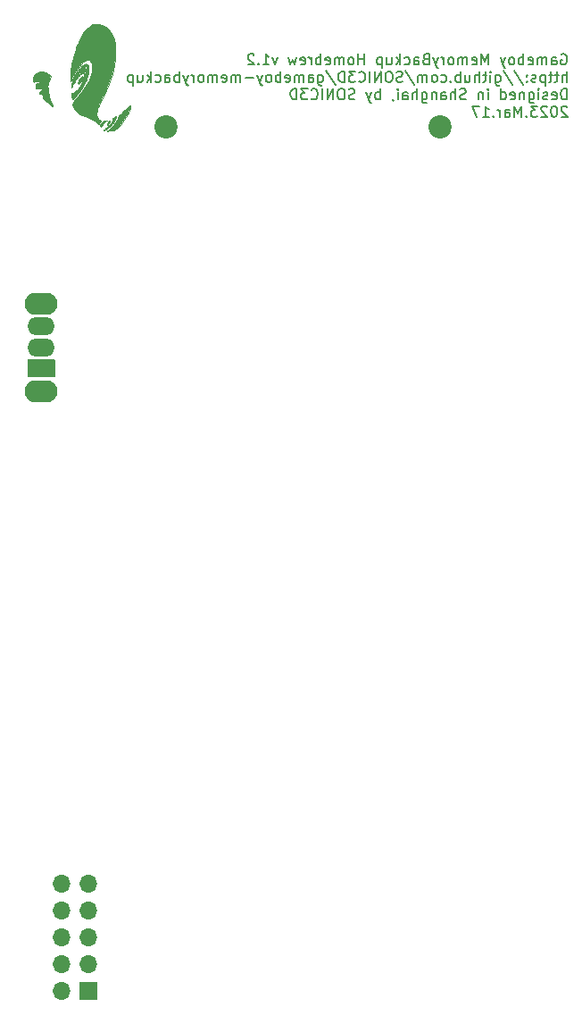
<source format=gbs>
%TF.GenerationSoftware,KiCad,Pcbnew,(5.1.10-1-10_14)*%
%TF.CreationDate,2023-03-17T22:16:36+08:00*%
%TF.ProjectId,GB_MemoryBackup_Mainboard,47425f4d-656d-46f7-9279-4261636b7570,1.2*%
%TF.SameCoordinates,Original*%
%TF.FileFunction,Soldermask,Bot*%
%TF.FilePolarity,Negative*%
%FSLAX46Y46*%
G04 Gerber Fmt 4.6, Leading zero omitted, Abs format (unit mm)*
G04 Created by KiCad (PCBNEW (5.1.10-1-10_14)) date 2023-03-17 22:16:36*
%MOMM*%
%LPD*%
G01*
G04 APERTURE LIST*
%ADD10C,0.150000*%
%ADD11C,0.010000*%
%ADD12O,3.102000X2.102000*%
%ADD13O,2.602000X1.702000*%
%ADD14R,1.700000X1.700000*%
%ADD15O,1.700000X1.700000*%
%ADD16C,2.200000*%
G04 APERTURE END LIST*
D10*
X114075595Y-48460000D02*
X114170833Y-48412380D01*
X114313690Y-48412380D01*
X114456547Y-48460000D01*
X114551785Y-48555238D01*
X114599404Y-48650476D01*
X114647023Y-48840952D01*
X114647023Y-48983809D01*
X114599404Y-49174285D01*
X114551785Y-49269523D01*
X114456547Y-49364761D01*
X114313690Y-49412380D01*
X114218452Y-49412380D01*
X114075595Y-49364761D01*
X114027976Y-49317142D01*
X114027976Y-48983809D01*
X114218452Y-48983809D01*
X113170833Y-49412380D02*
X113170833Y-48888571D01*
X113218452Y-48793333D01*
X113313690Y-48745714D01*
X113504166Y-48745714D01*
X113599404Y-48793333D01*
X113170833Y-49364761D02*
X113266071Y-49412380D01*
X113504166Y-49412380D01*
X113599404Y-49364761D01*
X113647023Y-49269523D01*
X113647023Y-49174285D01*
X113599404Y-49079047D01*
X113504166Y-49031428D01*
X113266071Y-49031428D01*
X113170833Y-48983809D01*
X112694642Y-49412380D02*
X112694642Y-48745714D01*
X112694642Y-48840952D02*
X112647023Y-48793333D01*
X112551785Y-48745714D01*
X112408928Y-48745714D01*
X112313690Y-48793333D01*
X112266071Y-48888571D01*
X112266071Y-49412380D01*
X112266071Y-48888571D02*
X112218452Y-48793333D01*
X112123214Y-48745714D01*
X111980357Y-48745714D01*
X111885119Y-48793333D01*
X111837500Y-48888571D01*
X111837500Y-49412380D01*
X110980357Y-49364761D02*
X111075595Y-49412380D01*
X111266071Y-49412380D01*
X111361309Y-49364761D01*
X111408928Y-49269523D01*
X111408928Y-48888571D01*
X111361309Y-48793333D01*
X111266071Y-48745714D01*
X111075595Y-48745714D01*
X110980357Y-48793333D01*
X110932738Y-48888571D01*
X110932738Y-48983809D01*
X111408928Y-49079047D01*
X110504166Y-49412380D02*
X110504166Y-48412380D01*
X110504166Y-48793333D02*
X110408928Y-48745714D01*
X110218452Y-48745714D01*
X110123214Y-48793333D01*
X110075595Y-48840952D01*
X110027976Y-48936190D01*
X110027976Y-49221904D01*
X110075595Y-49317142D01*
X110123214Y-49364761D01*
X110218452Y-49412380D01*
X110408928Y-49412380D01*
X110504166Y-49364761D01*
X109456547Y-49412380D02*
X109551785Y-49364761D01*
X109599404Y-49317142D01*
X109647023Y-49221904D01*
X109647023Y-48936190D01*
X109599404Y-48840952D01*
X109551785Y-48793333D01*
X109456547Y-48745714D01*
X109313690Y-48745714D01*
X109218452Y-48793333D01*
X109170833Y-48840952D01*
X109123214Y-48936190D01*
X109123214Y-49221904D01*
X109170833Y-49317142D01*
X109218452Y-49364761D01*
X109313690Y-49412380D01*
X109456547Y-49412380D01*
X108789880Y-48745714D02*
X108551785Y-49412380D01*
X108313690Y-48745714D02*
X108551785Y-49412380D01*
X108647023Y-49650476D01*
X108694642Y-49698095D01*
X108789880Y-49745714D01*
X107170833Y-49412380D02*
X107170833Y-48412380D01*
X106837500Y-49126666D01*
X106504166Y-48412380D01*
X106504166Y-49412380D01*
X105647023Y-49364761D02*
X105742261Y-49412380D01*
X105932738Y-49412380D01*
X106027976Y-49364761D01*
X106075595Y-49269523D01*
X106075595Y-48888571D01*
X106027976Y-48793333D01*
X105932738Y-48745714D01*
X105742261Y-48745714D01*
X105647023Y-48793333D01*
X105599404Y-48888571D01*
X105599404Y-48983809D01*
X106075595Y-49079047D01*
X105170833Y-49412380D02*
X105170833Y-48745714D01*
X105170833Y-48840952D02*
X105123214Y-48793333D01*
X105027976Y-48745714D01*
X104885119Y-48745714D01*
X104789880Y-48793333D01*
X104742261Y-48888571D01*
X104742261Y-49412380D01*
X104742261Y-48888571D02*
X104694642Y-48793333D01*
X104599404Y-48745714D01*
X104456547Y-48745714D01*
X104361309Y-48793333D01*
X104313690Y-48888571D01*
X104313690Y-49412380D01*
X103694642Y-49412380D02*
X103789880Y-49364761D01*
X103837500Y-49317142D01*
X103885119Y-49221904D01*
X103885119Y-48936190D01*
X103837500Y-48840952D01*
X103789880Y-48793333D01*
X103694642Y-48745714D01*
X103551785Y-48745714D01*
X103456547Y-48793333D01*
X103408928Y-48840952D01*
X103361309Y-48936190D01*
X103361309Y-49221904D01*
X103408928Y-49317142D01*
X103456547Y-49364761D01*
X103551785Y-49412380D01*
X103694642Y-49412380D01*
X102932738Y-49412380D02*
X102932738Y-48745714D01*
X102932738Y-48936190D02*
X102885119Y-48840952D01*
X102837500Y-48793333D01*
X102742261Y-48745714D01*
X102647023Y-48745714D01*
X102408928Y-48745714D02*
X102170833Y-49412380D01*
X101932738Y-48745714D02*
X102170833Y-49412380D01*
X102266071Y-49650476D01*
X102313690Y-49698095D01*
X102408928Y-49745714D01*
X101218452Y-48888571D02*
X101075595Y-48936190D01*
X101027976Y-48983809D01*
X100980357Y-49079047D01*
X100980357Y-49221904D01*
X101027976Y-49317142D01*
X101075595Y-49364761D01*
X101170833Y-49412380D01*
X101551785Y-49412380D01*
X101551785Y-48412380D01*
X101218452Y-48412380D01*
X101123214Y-48460000D01*
X101075595Y-48507619D01*
X101027976Y-48602857D01*
X101027976Y-48698095D01*
X101075595Y-48793333D01*
X101123214Y-48840952D01*
X101218452Y-48888571D01*
X101551785Y-48888571D01*
X100123214Y-49412380D02*
X100123214Y-48888571D01*
X100170833Y-48793333D01*
X100266071Y-48745714D01*
X100456547Y-48745714D01*
X100551785Y-48793333D01*
X100123214Y-49364761D02*
X100218452Y-49412380D01*
X100456547Y-49412380D01*
X100551785Y-49364761D01*
X100599404Y-49269523D01*
X100599404Y-49174285D01*
X100551785Y-49079047D01*
X100456547Y-49031428D01*
X100218452Y-49031428D01*
X100123214Y-48983809D01*
X99218452Y-49364761D02*
X99313690Y-49412380D01*
X99504166Y-49412380D01*
X99599404Y-49364761D01*
X99647023Y-49317142D01*
X99694642Y-49221904D01*
X99694642Y-48936190D01*
X99647023Y-48840952D01*
X99599404Y-48793333D01*
X99504166Y-48745714D01*
X99313690Y-48745714D01*
X99218452Y-48793333D01*
X98789880Y-49412380D02*
X98789880Y-48412380D01*
X98694642Y-49031428D02*
X98408928Y-49412380D01*
X98408928Y-48745714D02*
X98789880Y-49126666D01*
X97551785Y-48745714D02*
X97551785Y-49412380D01*
X97980357Y-48745714D02*
X97980357Y-49269523D01*
X97932738Y-49364761D01*
X97837500Y-49412380D01*
X97694642Y-49412380D01*
X97599404Y-49364761D01*
X97551785Y-49317142D01*
X97075595Y-48745714D02*
X97075595Y-49745714D01*
X97075595Y-48793333D02*
X96980357Y-48745714D01*
X96789880Y-48745714D01*
X96694642Y-48793333D01*
X96647023Y-48840952D01*
X96599404Y-48936190D01*
X96599404Y-49221904D01*
X96647023Y-49317142D01*
X96694642Y-49364761D01*
X96789880Y-49412380D01*
X96980357Y-49412380D01*
X97075595Y-49364761D01*
X95408928Y-49412380D02*
X95408928Y-48412380D01*
X95408928Y-48888571D02*
X94837500Y-48888571D01*
X94837500Y-49412380D02*
X94837500Y-48412380D01*
X94218452Y-49412380D02*
X94313690Y-49364761D01*
X94361309Y-49317142D01*
X94408928Y-49221904D01*
X94408928Y-48936190D01*
X94361309Y-48840952D01*
X94313690Y-48793333D01*
X94218452Y-48745714D01*
X94075595Y-48745714D01*
X93980357Y-48793333D01*
X93932738Y-48840952D01*
X93885119Y-48936190D01*
X93885119Y-49221904D01*
X93932738Y-49317142D01*
X93980357Y-49364761D01*
X94075595Y-49412380D01*
X94218452Y-49412380D01*
X93456547Y-49412380D02*
X93456547Y-48745714D01*
X93456547Y-48840952D02*
X93408928Y-48793333D01*
X93313690Y-48745714D01*
X93170833Y-48745714D01*
X93075595Y-48793333D01*
X93027976Y-48888571D01*
X93027976Y-49412380D01*
X93027976Y-48888571D02*
X92980357Y-48793333D01*
X92885119Y-48745714D01*
X92742261Y-48745714D01*
X92647023Y-48793333D01*
X92599404Y-48888571D01*
X92599404Y-49412380D01*
X91742261Y-49364761D02*
X91837500Y-49412380D01*
X92027976Y-49412380D01*
X92123214Y-49364761D01*
X92170833Y-49269523D01*
X92170833Y-48888571D01*
X92123214Y-48793333D01*
X92027976Y-48745714D01*
X91837500Y-48745714D01*
X91742261Y-48793333D01*
X91694642Y-48888571D01*
X91694642Y-48983809D01*
X92170833Y-49079047D01*
X91266071Y-49412380D02*
X91266071Y-48412380D01*
X91266071Y-48793333D02*
X91170833Y-48745714D01*
X90980357Y-48745714D01*
X90885119Y-48793333D01*
X90837500Y-48840952D01*
X90789880Y-48936190D01*
X90789880Y-49221904D01*
X90837500Y-49317142D01*
X90885119Y-49364761D01*
X90980357Y-49412380D01*
X91170833Y-49412380D01*
X91266071Y-49364761D01*
X90361309Y-49412380D02*
X90361309Y-48745714D01*
X90361309Y-48936190D02*
X90313690Y-48840952D01*
X90266071Y-48793333D01*
X90170833Y-48745714D01*
X90075595Y-48745714D01*
X89361309Y-49364761D02*
X89456547Y-49412380D01*
X89647023Y-49412380D01*
X89742261Y-49364761D01*
X89789880Y-49269523D01*
X89789880Y-48888571D01*
X89742261Y-48793333D01*
X89647023Y-48745714D01*
X89456547Y-48745714D01*
X89361309Y-48793333D01*
X89313690Y-48888571D01*
X89313690Y-48983809D01*
X89789880Y-49079047D01*
X88980357Y-48745714D02*
X88789880Y-49412380D01*
X88599404Y-48936190D01*
X88408928Y-49412380D01*
X88218452Y-48745714D01*
X87170833Y-48745714D02*
X86932738Y-49412380D01*
X86694642Y-48745714D01*
X85789880Y-49412380D02*
X86361309Y-49412380D01*
X86075595Y-49412380D02*
X86075595Y-48412380D01*
X86170833Y-48555238D01*
X86266071Y-48650476D01*
X86361309Y-48698095D01*
X85361309Y-49317142D02*
X85313690Y-49364761D01*
X85361309Y-49412380D01*
X85408928Y-49364761D01*
X85361309Y-49317142D01*
X85361309Y-49412380D01*
X84932738Y-48507619D02*
X84885119Y-48460000D01*
X84789880Y-48412380D01*
X84551785Y-48412380D01*
X84456547Y-48460000D01*
X84408928Y-48507619D01*
X84361309Y-48602857D01*
X84361309Y-48698095D01*
X84408928Y-48840952D01*
X84980357Y-49412380D01*
X84361309Y-49412380D01*
X114599404Y-51062380D02*
X114599404Y-50062380D01*
X114170833Y-51062380D02*
X114170833Y-50538571D01*
X114218452Y-50443333D01*
X114313690Y-50395714D01*
X114456547Y-50395714D01*
X114551785Y-50443333D01*
X114599404Y-50490952D01*
X113837500Y-50395714D02*
X113456547Y-50395714D01*
X113694642Y-50062380D02*
X113694642Y-50919523D01*
X113647023Y-51014761D01*
X113551785Y-51062380D01*
X113456547Y-51062380D01*
X113266071Y-50395714D02*
X112885119Y-50395714D01*
X113123214Y-50062380D02*
X113123214Y-50919523D01*
X113075595Y-51014761D01*
X112980357Y-51062380D01*
X112885119Y-51062380D01*
X112551785Y-50395714D02*
X112551785Y-51395714D01*
X112551785Y-50443333D02*
X112456547Y-50395714D01*
X112266071Y-50395714D01*
X112170833Y-50443333D01*
X112123214Y-50490952D01*
X112075595Y-50586190D01*
X112075595Y-50871904D01*
X112123214Y-50967142D01*
X112170833Y-51014761D01*
X112266071Y-51062380D01*
X112456547Y-51062380D01*
X112551785Y-51014761D01*
X111694642Y-51014761D02*
X111599404Y-51062380D01*
X111408928Y-51062380D01*
X111313690Y-51014761D01*
X111266071Y-50919523D01*
X111266071Y-50871904D01*
X111313690Y-50776666D01*
X111408928Y-50729047D01*
X111551785Y-50729047D01*
X111647023Y-50681428D01*
X111694642Y-50586190D01*
X111694642Y-50538571D01*
X111647023Y-50443333D01*
X111551785Y-50395714D01*
X111408928Y-50395714D01*
X111313690Y-50443333D01*
X110837500Y-50967142D02*
X110789880Y-51014761D01*
X110837500Y-51062380D01*
X110885119Y-51014761D01*
X110837500Y-50967142D01*
X110837500Y-51062380D01*
X110837500Y-50443333D02*
X110789880Y-50490952D01*
X110837500Y-50538571D01*
X110885119Y-50490952D01*
X110837500Y-50443333D01*
X110837500Y-50538571D01*
X109647023Y-50014761D02*
X110504166Y-51300476D01*
X108599404Y-50014761D02*
X109456547Y-51300476D01*
X107837500Y-50395714D02*
X107837500Y-51205238D01*
X107885119Y-51300476D01*
X107932738Y-51348095D01*
X108027976Y-51395714D01*
X108170833Y-51395714D01*
X108266071Y-51348095D01*
X107837500Y-51014761D02*
X107932738Y-51062380D01*
X108123214Y-51062380D01*
X108218452Y-51014761D01*
X108266071Y-50967142D01*
X108313690Y-50871904D01*
X108313690Y-50586190D01*
X108266071Y-50490952D01*
X108218452Y-50443333D01*
X108123214Y-50395714D01*
X107932738Y-50395714D01*
X107837500Y-50443333D01*
X107361309Y-51062380D02*
X107361309Y-50395714D01*
X107361309Y-50062380D02*
X107408928Y-50110000D01*
X107361309Y-50157619D01*
X107313690Y-50110000D01*
X107361309Y-50062380D01*
X107361309Y-50157619D01*
X107027976Y-50395714D02*
X106647023Y-50395714D01*
X106885119Y-50062380D02*
X106885119Y-50919523D01*
X106837500Y-51014761D01*
X106742261Y-51062380D01*
X106647023Y-51062380D01*
X106313690Y-51062380D02*
X106313690Y-50062380D01*
X105885119Y-51062380D02*
X105885119Y-50538571D01*
X105932738Y-50443333D01*
X106027976Y-50395714D01*
X106170833Y-50395714D01*
X106266071Y-50443333D01*
X106313690Y-50490952D01*
X104980357Y-50395714D02*
X104980357Y-51062380D01*
X105408928Y-50395714D02*
X105408928Y-50919523D01*
X105361309Y-51014761D01*
X105266071Y-51062380D01*
X105123214Y-51062380D01*
X105027976Y-51014761D01*
X104980357Y-50967142D01*
X104504166Y-51062380D02*
X104504166Y-50062380D01*
X104504166Y-50443333D02*
X104408928Y-50395714D01*
X104218452Y-50395714D01*
X104123214Y-50443333D01*
X104075595Y-50490952D01*
X104027976Y-50586190D01*
X104027976Y-50871904D01*
X104075595Y-50967142D01*
X104123214Y-51014761D01*
X104218452Y-51062380D01*
X104408928Y-51062380D01*
X104504166Y-51014761D01*
X103599404Y-50967142D02*
X103551785Y-51014761D01*
X103599404Y-51062380D01*
X103647023Y-51014761D01*
X103599404Y-50967142D01*
X103599404Y-51062380D01*
X102694642Y-51014761D02*
X102789880Y-51062380D01*
X102980357Y-51062380D01*
X103075595Y-51014761D01*
X103123214Y-50967142D01*
X103170833Y-50871904D01*
X103170833Y-50586190D01*
X103123214Y-50490952D01*
X103075595Y-50443333D01*
X102980357Y-50395714D01*
X102789880Y-50395714D01*
X102694642Y-50443333D01*
X102123214Y-51062380D02*
X102218452Y-51014761D01*
X102266071Y-50967142D01*
X102313690Y-50871904D01*
X102313690Y-50586190D01*
X102266071Y-50490952D01*
X102218452Y-50443333D01*
X102123214Y-50395714D01*
X101980357Y-50395714D01*
X101885119Y-50443333D01*
X101837500Y-50490952D01*
X101789880Y-50586190D01*
X101789880Y-50871904D01*
X101837500Y-50967142D01*
X101885119Y-51014761D01*
X101980357Y-51062380D01*
X102123214Y-51062380D01*
X101361309Y-51062380D02*
X101361309Y-50395714D01*
X101361309Y-50490952D02*
X101313690Y-50443333D01*
X101218452Y-50395714D01*
X101075595Y-50395714D01*
X100980357Y-50443333D01*
X100932738Y-50538571D01*
X100932738Y-51062380D01*
X100932738Y-50538571D02*
X100885119Y-50443333D01*
X100789880Y-50395714D01*
X100647023Y-50395714D01*
X100551785Y-50443333D01*
X100504166Y-50538571D01*
X100504166Y-51062380D01*
X99313690Y-50014761D02*
X100170833Y-51300476D01*
X99027976Y-51014761D02*
X98885119Y-51062380D01*
X98647023Y-51062380D01*
X98551785Y-51014761D01*
X98504166Y-50967142D01*
X98456547Y-50871904D01*
X98456547Y-50776666D01*
X98504166Y-50681428D01*
X98551785Y-50633809D01*
X98647023Y-50586190D01*
X98837500Y-50538571D01*
X98932738Y-50490952D01*
X98980357Y-50443333D01*
X99027976Y-50348095D01*
X99027976Y-50252857D01*
X98980357Y-50157619D01*
X98932738Y-50110000D01*
X98837500Y-50062380D01*
X98599404Y-50062380D01*
X98456547Y-50110000D01*
X97837500Y-50062380D02*
X97647023Y-50062380D01*
X97551785Y-50110000D01*
X97456547Y-50205238D01*
X97408928Y-50395714D01*
X97408928Y-50729047D01*
X97456547Y-50919523D01*
X97551785Y-51014761D01*
X97647023Y-51062380D01*
X97837500Y-51062380D01*
X97932738Y-51014761D01*
X98027976Y-50919523D01*
X98075595Y-50729047D01*
X98075595Y-50395714D01*
X98027976Y-50205238D01*
X97932738Y-50110000D01*
X97837500Y-50062380D01*
X96980357Y-51062380D02*
X96980357Y-50062380D01*
X96408928Y-51062380D01*
X96408928Y-50062380D01*
X95932738Y-51062380D02*
X95932738Y-50062380D01*
X94885119Y-50967142D02*
X94932738Y-51014761D01*
X95075595Y-51062380D01*
X95170833Y-51062380D01*
X95313690Y-51014761D01*
X95408928Y-50919523D01*
X95456547Y-50824285D01*
X95504166Y-50633809D01*
X95504166Y-50490952D01*
X95456547Y-50300476D01*
X95408928Y-50205238D01*
X95313690Y-50110000D01*
X95170833Y-50062380D01*
X95075595Y-50062380D01*
X94932738Y-50110000D01*
X94885119Y-50157619D01*
X94551785Y-50062380D02*
X93932738Y-50062380D01*
X94266071Y-50443333D01*
X94123214Y-50443333D01*
X94027976Y-50490952D01*
X93980357Y-50538571D01*
X93932738Y-50633809D01*
X93932738Y-50871904D01*
X93980357Y-50967142D01*
X94027976Y-51014761D01*
X94123214Y-51062380D01*
X94408928Y-51062380D01*
X94504166Y-51014761D01*
X94551785Y-50967142D01*
X93504166Y-51062380D02*
X93504166Y-50062380D01*
X93266071Y-50062380D01*
X93123214Y-50110000D01*
X93027976Y-50205238D01*
X92980357Y-50300476D01*
X92932738Y-50490952D01*
X92932738Y-50633809D01*
X92980357Y-50824285D01*
X93027976Y-50919523D01*
X93123214Y-51014761D01*
X93266071Y-51062380D01*
X93504166Y-51062380D01*
X91789880Y-50014761D02*
X92647023Y-51300476D01*
X91027976Y-50395714D02*
X91027976Y-51205238D01*
X91075595Y-51300476D01*
X91123214Y-51348095D01*
X91218452Y-51395714D01*
X91361309Y-51395714D01*
X91456547Y-51348095D01*
X91027976Y-51014761D02*
X91123214Y-51062380D01*
X91313690Y-51062380D01*
X91408928Y-51014761D01*
X91456547Y-50967142D01*
X91504166Y-50871904D01*
X91504166Y-50586190D01*
X91456547Y-50490952D01*
X91408928Y-50443333D01*
X91313690Y-50395714D01*
X91123214Y-50395714D01*
X91027976Y-50443333D01*
X90123214Y-51062380D02*
X90123214Y-50538571D01*
X90170833Y-50443333D01*
X90266071Y-50395714D01*
X90456547Y-50395714D01*
X90551785Y-50443333D01*
X90123214Y-51014761D02*
X90218452Y-51062380D01*
X90456547Y-51062380D01*
X90551785Y-51014761D01*
X90599404Y-50919523D01*
X90599404Y-50824285D01*
X90551785Y-50729047D01*
X90456547Y-50681428D01*
X90218452Y-50681428D01*
X90123214Y-50633809D01*
X89647023Y-51062380D02*
X89647023Y-50395714D01*
X89647023Y-50490952D02*
X89599404Y-50443333D01*
X89504166Y-50395714D01*
X89361309Y-50395714D01*
X89266071Y-50443333D01*
X89218452Y-50538571D01*
X89218452Y-51062380D01*
X89218452Y-50538571D02*
X89170833Y-50443333D01*
X89075595Y-50395714D01*
X88932738Y-50395714D01*
X88837500Y-50443333D01*
X88789880Y-50538571D01*
X88789880Y-51062380D01*
X87932738Y-51014761D02*
X88027976Y-51062380D01*
X88218452Y-51062380D01*
X88313690Y-51014761D01*
X88361309Y-50919523D01*
X88361309Y-50538571D01*
X88313690Y-50443333D01*
X88218452Y-50395714D01*
X88027976Y-50395714D01*
X87932738Y-50443333D01*
X87885119Y-50538571D01*
X87885119Y-50633809D01*
X88361309Y-50729047D01*
X87456547Y-51062380D02*
X87456547Y-50062380D01*
X87456547Y-50443333D02*
X87361309Y-50395714D01*
X87170833Y-50395714D01*
X87075595Y-50443333D01*
X87027976Y-50490952D01*
X86980357Y-50586190D01*
X86980357Y-50871904D01*
X87027976Y-50967142D01*
X87075595Y-51014761D01*
X87170833Y-51062380D01*
X87361309Y-51062380D01*
X87456547Y-51014761D01*
X86408928Y-51062380D02*
X86504166Y-51014761D01*
X86551785Y-50967142D01*
X86599404Y-50871904D01*
X86599404Y-50586190D01*
X86551785Y-50490952D01*
X86504166Y-50443333D01*
X86408928Y-50395714D01*
X86266071Y-50395714D01*
X86170833Y-50443333D01*
X86123214Y-50490952D01*
X86075595Y-50586190D01*
X86075595Y-50871904D01*
X86123214Y-50967142D01*
X86170833Y-51014761D01*
X86266071Y-51062380D01*
X86408928Y-51062380D01*
X85742261Y-50395714D02*
X85504166Y-51062380D01*
X85266071Y-50395714D02*
X85504166Y-51062380D01*
X85599404Y-51300476D01*
X85647023Y-51348095D01*
X85742261Y-51395714D01*
X84885119Y-50681428D02*
X84123214Y-50681428D01*
X83647023Y-51062380D02*
X83647023Y-50395714D01*
X83647023Y-50490952D02*
X83599404Y-50443333D01*
X83504166Y-50395714D01*
X83361309Y-50395714D01*
X83266071Y-50443333D01*
X83218452Y-50538571D01*
X83218452Y-51062380D01*
X83218452Y-50538571D02*
X83170833Y-50443333D01*
X83075595Y-50395714D01*
X82932738Y-50395714D01*
X82837500Y-50443333D01*
X82789880Y-50538571D01*
X82789880Y-51062380D01*
X81932738Y-51014761D02*
X82027976Y-51062380D01*
X82218452Y-51062380D01*
X82313690Y-51014761D01*
X82361309Y-50919523D01*
X82361309Y-50538571D01*
X82313690Y-50443333D01*
X82218452Y-50395714D01*
X82027976Y-50395714D01*
X81932738Y-50443333D01*
X81885119Y-50538571D01*
X81885119Y-50633809D01*
X82361309Y-50729047D01*
X81456547Y-51062380D02*
X81456547Y-50395714D01*
X81456547Y-50490952D02*
X81408928Y-50443333D01*
X81313690Y-50395714D01*
X81170833Y-50395714D01*
X81075595Y-50443333D01*
X81027976Y-50538571D01*
X81027976Y-51062380D01*
X81027976Y-50538571D02*
X80980357Y-50443333D01*
X80885119Y-50395714D01*
X80742261Y-50395714D01*
X80647023Y-50443333D01*
X80599404Y-50538571D01*
X80599404Y-51062380D01*
X79980357Y-51062380D02*
X80075595Y-51014761D01*
X80123214Y-50967142D01*
X80170833Y-50871904D01*
X80170833Y-50586190D01*
X80123214Y-50490952D01*
X80075595Y-50443333D01*
X79980357Y-50395714D01*
X79837500Y-50395714D01*
X79742261Y-50443333D01*
X79694642Y-50490952D01*
X79647023Y-50586190D01*
X79647023Y-50871904D01*
X79694642Y-50967142D01*
X79742261Y-51014761D01*
X79837500Y-51062380D01*
X79980357Y-51062380D01*
X79218452Y-51062380D02*
X79218452Y-50395714D01*
X79218452Y-50586190D02*
X79170833Y-50490952D01*
X79123214Y-50443333D01*
X79027976Y-50395714D01*
X78932738Y-50395714D01*
X78694642Y-50395714D02*
X78456547Y-51062380D01*
X78218452Y-50395714D02*
X78456547Y-51062380D01*
X78551785Y-51300476D01*
X78599404Y-51348095D01*
X78694642Y-51395714D01*
X77837500Y-51062380D02*
X77837500Y-50062380D01*
X77837500Y-50443333D02*
X77742261Y-50395714D01*
X77551785Y-50395714D01*
X77456547Y-50443333D01*
X77408928Y-50490952D01*
X77361309Y-50586190D01*
X77361309Y-50871904D01*
X77408928Y-50967142D01*
X77456547Y-51014761D01*
X77551785Y-51062380D01*
X77742261Y-51062380D01*
X77837500Y-51014761D01*
X76504166Y-51062380D02*
X76504166Y-50538571D01*
X76551785Y-50443333D01*
X76647023Y-50395714D01*
X76837500Y-50395714D01*
X76932738Y-50443333D01*
X76504166Y-51014761D02*
X76599404Y-51062380D01*
X76837500Y-51062380D01*
X76932738Y-51014761D01*
X76980357Y-50919523D01*
X76980357Y-50824285D01*
X76932738Y-50729047D01*
X76837500Y-50681428D01*
X76599404Y-50681428D01*
X76504166Y-50633809D01*
X75599404Y-51014761D02*
X75694642Y-51062380D01*
X75885119Y-51062380D01*
X75980357Y-51014761D01*
X76027976Y-50967142D01*
X76075595Y-50871904D01*
X76075595Y-50586190D01*
X76027976Y-50490952D01*
X75980357Y-50443333D01*
X75885119Y-50395714D01*
X75694642Y-50395714D01*
X75599404Y-50443333D01*
X75170833Y-51062380D02*
X75170833Y-50062380D01*
X75075595Y-50681428D02*
X74789880Y-51062380D01*
X74789880Y-50395714D02*
X75170833Y-50776666D01*
X73932738Y-50395714D02*
X73932738Y-51062380D01*
X74361309Y-50395714D02*
X74361309Y-50919523D01*
X74313690Y-51014761D01*
X74218452Y-51062380D01*
X74075595Y-51062380D01*
X73980357Y-51014761D01*
X73932738Y-50967142D01*
X73456547Y-50395714D02*
X73456547Y-51395714D01*
X73456547Y-50443333D02*
X73361309Y-50395714D01*
X73170833Y-50395714D01*
X73075595Y-50443333D01*
X73027976Y-50490952D01*
X72980357Y-50586190D01*
X72980357Y-50871904D01*
X73027976Y-50967142D01*
X73075595Y-51014761D01*
X73170833Y-51062380D01*
X73361309Y-51062380D01*
X73456547Y-51014761D01*
X114599404Y-52712380D02*
X114599404Y-51712380D01*
X114361309Y-51712380D01*
X114218452Y-51760000D01*
X114123214Y-51855238D01*
X114075595Y-51950476D01*
X114027976Y-52140952D01*
X114027976Y-52283809D01*
X114075595Y-52474285D01*
X114123214Y-52569523D01*
X114218452Y-52664761D01*
X114361309Y-52712380D01*
X114599404Y-52712380D01*
X113218452Y-52664761D02*
X113313690Y-52712380D01*
X113504166Y-52712380D01*
X113599404Y-52664761D01*
X113647023Y-52569523D01*
X113647023Y-52188571D01*
X113599404Y-52093333D01*
X113504166Y-52045714D01*
X113313690Y-52045714D01*
X113218452Y-52093333D01*
X113170833Y-52188571D01*
X113170833Y-52283809D01*
X113647023Y-52379047D01*
X112789880Y-52664761D02*
X112694642Y-52712380D01*
X112504166Y-52712380D01*
X112408928Y-52664761D01*
X112361309Y-52569523D01*
X112361309Y-52521904D01*
X112408928Y-52426666D01*
X112504166Y-52379047D01*
X112647023Y-52379047D01*
X112742261Y-52331428D01*
X112789880Y-52236190D01*
X112789880Y-52188571D01*
X112742261Y-52093333D01*
X112647023Y-52045714D01*
X112504166Y-52045714D01*
X112408928Y-52093333D01*
X111932738Y-52712380D02*
X111932738Y-52045714D01*
X111932738Y-51712380D02*
X111980357Y-51760000D01*
X111932738Y-51807619D01*
X111885119Y-51760000D01*
X111932738Y-51712380D01*
X111932738Y-51807619D01*
X111027976Y-52045714D02*
X111027976Y-52855238D01*
X111075595Y-52950476D01*
X111123214Y-52998095D01*
X111218452Y-53045714D01*
X111361309Y-53045714D01*
X111456547Y-52998095D01*
X111027976Y-52664761D02*
X111123214Y-52712380D01*
X111313690Y-52712380D01*
X111408928Y-52664761D01*
X111456547Y-52617142D01*
X111504166Y-52521904D01*
X111504166Y-52236190D01*
X111456547Y-52140952D01*
X111408928Y-52093333D01*
X111313690Y-52045714D01*
X111123214Y-52045714D01*
X111027976Y-52093333D01*
X110551785Y-52045714D02*
X110551785Y-52712380D01*
X110551785Y-52140952D02*
X110504166Y-52093333D01*
X110408928Y-52045714D01*
X110266071Y-52045714D01*
X110170833Y-52093333D01*
X110123214Y-52188571D01*
X110123214Y-52712380D01*
X109266071Y-52664761D02*
X109361309Y-52712380D01*
X109551785Y-52712380D01*
X109647023Y-52664761D01*
X109694642Y-52569523D01*
X109694642Y-52188571D01*
X109647023Y-52093333D01*
X109551785Y-52045714D01*
X109361309Y-52045714D01*
X109266071Y-52093333D01*
X109218452Y-52188571D01*
X109218452Y-52283809D01*
X109694642Y-52379047D01*
X108361309Y-52712380D02*
X108361309Y-51712380D01*
X108361309Y-52664761D02*
X108456547Y-52712380D01*
X108647023Y-52712380D01*
X108742261Y-52664761D01*
X108789880Y-52617142D01*
X108837500Y-52521904D01*
X108837500Y-52236190D01*
X108789880Y-52140952D01*
X108742261Y-52093333D01*
X108647023Y-52045714D01*
X108456547Y-52045714D01*
X108361309Y-52093333D01*
X107123214Y-52712380D02*
X107123214Y-52045714D01*
X107123214Y-51712380D02*
X107170833Y-51760000D01*
X107123214Y-51807619D01*
X107075595Y-51760000D01*
X107123214Y-51712380D01*
X107123214Y-51807619D01*
X106647023Y-52045714D02*
X106647023Y-52712380D01*
X106647023Y-52140952D02*
X106599404Y-52093333D01*
X106504166Y-52045714D01*
X106361309Y-52045714D01*
X106266071Y-52093333D01*
X106218452Y-52188571D01*
X106218452Y-52712380D01*
X105027976Y-52664761D02*
X104885119Y-52712380D01*
X104647023Y-52712380D01*
X104551785Y-52664761D01*
X104504166Y-52617142D01*
X104456547Y-52521904D01*
X104456547Y-52426666D01*
X104504166Y-52331428D01*
X104551785Y-52283809D01*
X104647023Y-52236190D01*
X104837500Y-52188571D01*
X104932738Y-52140952D01*
X104980357Y-52093333D01*
X105027976Y-51998095D01*
X105027976Y-51902857D01*
X104980357Y-51807619D01*
X104932738Y-51760000D01*
X104837500Y-51712380D01*
X104599404Y-51712380D01*
X104456547Y-51760000D01*
X104027976Y-52712380D02*
X104027976Y-51712380D01*
X103599404Y-52712380D02*
X103599404Y-52188571D01*
X103647023Y-52093333D01*
X103742261Y-52045714D01*
X103885119Y-52045714D01*
X103980357Y-52093333D01*
X104027976Y-52140952D01*
X102694642Y-52712380D02*
X102694642Y-52188571D01*
X102742261Y-52093333D01*
X102837500Y-52045714D01*
X103027976Y-52045714D01*
X103123214Y-52093333D01*
X102694642Y-52664761D02*
X102789880Y-52712380D01*
X103027976Y-52712380D01*
X103123214Y-52664761D01*
X103170833Y-52569523D01*
X103170833Y-52474285D01*
X103123214Y-52379047D01*
X103027976Y-52331428D01*
X102789880Y-52331428D01*
X102694642Y-52283809D01*
X102218452Y-52045714D02*
X102218452Y-52712380D01*
X102218452Y-52140952D02*
X102170833Y-52093333D01*
X102075595Y-52045714D01*
X101932738Y-52045714D01*
X101837500Y-52093333D01*
X101789880Y-52188571D01*
X101789880Y-52712380D01*
X100885119Y-52045714D02*
X100885119Y-52855238D01*
X100932738Y-52950476D01*
X100980357Y-52998095D01*
X101075595Y-53045714D01*
X101218452Y-53045714D01*
X101313690Y-52998095D01*
X100885119Y-52664761D02*
X100980357Y-52712380D01*
X101170833Y-52712380D01*
X101266071Y-52664761D01*
X101313690Y-52617142D01*
X101361309Y-52521904D01*
X101361309Y-52236190D01*
X101313690Y-52140952D01*
X101266071Y-52093333D01*
X101170833Y-52045714D01*
X100980357Y-52045714D01*
X100885119Y-52093333D01*
X100408928Y-52712380D02*
X100408928Y-51712380D01*
X99980357Y-52712380D02*
X99980357Y-52188571D01*
X100027976Y-52093333D01*
X100123214Y-52045714D01*
X100266071Y-52045714D01*
X100361309Y-52093333D01*
X100408928Y-52140952D01*
X99075595Y-52712380D02*
X99075595Y-52188571D01*
X99123214Y-52093333D01*
X99218452Y-52045714D01*
X99408928Y-52045714D01*
X99504166Y-52093333D01*
X99075595Y-52664761D02*
X99170833Y-52712380D01*
X99408928Y-52712380D01*
X99504166Y-52664761D01*
X99551785Y-52569523D01*
X99551785Y-52474285D01*
X99504166Y-52379047D01*
X99408928Y-52331428D01*
X99170833Y-52331428D01*
X99075595Y-52283809D01*
X98599404Y-52712380D02*
X98599404Y-52045714D01*
X98599404Y-51712380D02*
X98647023Y-51760000D01*
X98599404Y-51807619D01*
X98551785Y-51760000D01*
X98599404Y-51712380D01*
X98599404Y-51807619D01*
X98075595Y-52664761D02*
X98075595Y-52712380D01*
X98123214Y-52807619D01*
X98170833Y-52855238D01*
X96885119Y-52712380D02*
X96885119Y-51712380D01*
X96885119Y-52093333D02*
X96789880Y-52045714D01*
X96599404Y-52045714D01*
X96504166Y-52093333D01*
X96456547Y-52140952D01*
X96408928Y-52236190D01*
X96408928Y-52521904D01*
X96456547Y-52617142D01*
X96504166Y-52664761D01*
X96599404Y-52712380D01*
X96789880Y-52712380D01*
X96885119Y-52664761D01*
X96075595Y-52045714D02*
X95837500Y-52712380D01*
X95599404Y-52045714D02*
X95837500Y-52712380D01*
X95932738Y-52950476D01*
X95980357Y-52998095D01*
X96075595Y-53045714D01*
X94504166Y-52664761D02*
X94361309Y-52712380D01*
X94123214Y-52712380D01*
X94027976Y-52664761D01*
X93980357Y-52617142D01*
X93932738Y-52521904D01*
X93932738Y-52426666D01*
X93980357Y-52331428D01*
X94027976Y-52283809D01*
X94123214Y-52236190D01*
X94313690Y-52188571D01*
X94408928Y-52140952D01*
X94456547Y-52093333D01*
X94504166Y-51998095D01*
X94504166Y-51902857D01*
X94456547Y-51807619D01*
X94408928Y-51760000D01*
X94313690Y-51712380D01*
X94075595Y-51712380D01*
X93932738Y-51760000D01*
X93313690Y-51712380D02*
X93123214Y-51712380D01*
X93027976Y-51760000D01*
X92932738Y-51855238D01*
X92885119Y-52045714D01*
X92885119Y-52379047D01*
X92932738Y-52569523D01*
X93027976Y-52664761D01*
X93123214Y-52712380D01*
X93313690Y-52712380D01*
X93408928Y-52664761D01*
X93504166Y-52569523D01*
X93551785Y-52379047D01*
X93551785Y-52045714D01*
X93504166Y-51855238D01*
X93408928Y-51760000D01*
X93313690Y-51712380D01*
X92456547Y-52712380D02*
X92456547Y-51712380D01*
X91885119Y-52712380D01*
X91885119Y-51712380D01*
X91408928Y-52712380D02*
X91408928Y-51712380D01*
X90361309Y-52617142D02*
X90408928Y-52664761D01*
X90551785Y-52712380D01*
X90647023Y-52712380D01*
X90789880Y-52664761D01*
X90885119Y-52569523D01*
X90932738Y-52474285D01*
X90980357Y-52283809D01*
X90980357Y-52140952D01*
X90932738Y-51950476D01*
X90885119Y-51855238D01*
X90789880Y-51760000D01*
X90647023Y-51712380D01*
X90551785Y-51712380D01*
X90408928Y-51760000D01*
X90361309Y-51807619D01*
X90027976Y-51712380D02*
X89408928Y-51712380D01*
X89742261Y-52093333D01*
X89599404Y-52093333D01*
X89504166Y-52140952D01*
X89456547Y-52188571D01*
X89408928Y-52283809D01*
X89408928Y-52521904D01*
X89456547Y-52617142D01*
X89504166Y-52664761D01*
X89599404Y-52712380D01*
X89885119Y-52712380D01*
X89980357Y-52664761D01*
X90027976Y-52617142D01*
X88980357Y-52712380D02*
X88980357Y-51712380D01*
X88742261Y-51712380D01*
X88599404Y-51760000D01*
X88504166Y-51855238D01*
X88456547Y-51950476D01*
X88408928Y-52140952D01*
X88408928Y-52283809D01*
X88456547Y-52474285D01*
X88504166Y-52569523D01*
X88599404Y-52664761D01*
X88742261Y-52712380D01*
X88980357Y-52712380D01*
X114647023Y-53457619D02*
X114599404Y-53410000D01*
X114504166Y-53362380D01*
X114266071Y-53362380D01*
X114170833Y-53410000D01*
X114123214Y-53457619D01*
X114075595Y-53552857D01*
X114075595Y-53648095D01*
X114123214Y-53790952D01*
X114694642Y-54362380D01*
X114075595Y-54362380D01*
X113456547Y-53362380D02*
X113361309Y-53362380D01*
X113266071Y-53410000D01*
X113218452Y-53457619D01*
X113170833Y-53552857D01*
X113123214Y-53743333D01*
X113123214Y-53981428D01*
X113170833Y-54171904D01*
X113218452Y-54267142D01*
X113266071Y-54314761D01*
X113361309Y-54362380D01*
X113456547Y-54362380D01*
X113551785Y-54314761D01*
X113599404Y-54267142D01*
X113647023Y-54171904D01*
X113694642Y-53981428D01*
X113694642Y-53743333D01*
X113647023Y-53552857D01*
X113599404Y-53457619D01*
X113551785Y-53410000D01*
X113456547Y-53362380D01*
X112742261Y-53457619D02*
X112694642Y-53410000D01*
X112599404Y-53362380D01*
X112361309Y-53362380D01*
X112266071Y-53410000D01*
X112218452Y-53457619D01*
X112170833Y-53552857D01*
X112170833Y-53648095D01*
X112218452Y-53790952D01*
X112789880Y-54362380D01*
X112170833Y-54362380D01*
X111837500Y-53362380D02*
X111218452Y-53362380D01*
X111551785Y-53743333D01*
X111408928Y-53743333D01*
X111313690Y-53790952D01*
X111266071Y-53838571D01*
X111218452Y-53933809D01*
X111218452Y-54171904D01*
X111266071Y-54267142D01*
X111313690Y-54314761D01*
X111408928Y-54362380D01*
X111694642Y-54362380D01*
X111789880Y-54314761D01*
X111837500Y-54267142D01*
X110789880Y-54267142D02*
X110742261Y-54314761D01*
X110789880Y-54362380D01*
X110837500Y-54314761D01*
X110789880Y-54267142D01*
X110789880Y-54362380D01*
X110313690Y-54362380D02*
X110313690Y-53362380D01*
X109980357Y-54076666D01*
X109647023Y-53362380D01*
X109647023Y-54362380D01*
X108742261Y-54362380D02*
X108742261Y-53838571D01*
X108789880Y-53743333D01*
X108885119Y-53695714D01*
X109075595Y-53695714D01*
X109170833Y-53743333D01*
X108742261Y-54314761D02*
X108837500Y-54362380D01*
X109075595Y-54362380D01*
X109170833Y-54314761D01*
X109218452Y-54219523D01*
X109218452Y-54124285D01*
X109170833Y-54029047D01*
X109075595Y-53981428D01*
X108837500Y-53981428D01*
X108742261Y-53933809D01*
X108266071Y-54362380D02*
X108266071Y-53695714D01*
X108266071Y-53886190D02*
X108218452Y-53790952D01*
X108170833Y-53743333D01*
X108075595Y-53695714D01*
X107980357Y-53695714D01*
X107647023Y-54267142D02*
X107599404Y-54314761D01*
X107647023Y-54362380D01*
X107694642Y-54314761D01*
X107647023Y-54267142D01*
X107647023Y-54362380D01*
X106647023Y-54362380D02*
X107218452Y-54362380D01*
X106932738Y-54362380D02*
X106932738Y-53362380D01*
X107027976Y-53505238D01*
X107123214Y-53600476D01*
X107218452Y-53648095D01*
X106313690Y-53362380D02*
X105647023Y-53362380D01*
X106075595Y-54362380D01*
D11*
%TO.C,G\u002A\u002A\u002A*%
G36*
X68649389Y-49665286D02*
G01*
X68604316Y-49685532D01*
X68602761Y-49711118D01*
X68622389Y-49747625D01*
X68648426Y-49735471D01*
X68673763Y-49706417D01*
X68692859Y-49671521D01*
X68657973Y-49664727D01*
X68649389Y-49665286D01*
G37*
X68649389Y-49665286D02*
X68604316Y-49685532D01*
X68602761Y-49711118D01*
X68622389Y-49747625D01*
X68648426Y-49735471D01*
X68673763Y-49706417D01*
X68692859Y-49671521D01*
X68657973Y-49664727D01*
X68649389Y-49665286D01*
G36*
X67945923Y-50665410D02*
G01*
X67945000Y-50673000D01*
X67969161Y-50703827D01*
X67976750Y-50704750D01*
X68007578Y-50680589D01*
X68008500Y-50673000D01*
X67984340Y-50642172D01*
X67976750Y-50641250D01*
X67945923Y-50665410D01*
G37*
X67945923Y-50665410D02*
X67945000Y-50673000D01*
X67969161Y-50703827D01*
X67976750Y-50704750D01*
X68007578Y-50680589D01*
X68008500Y-50673000D01*
X67984340Y-50642172D01*
X67976750Y-50641250D01*
X67945923Y-50665410D01*
G36*
X68108656Y-52082843D02*
G01*
X68074571Y-52114812D01*
X68081563Y-52133190D01*
X68086002Y-52133500D01*
X68112856Y-52110948D01*
X68122657Y-52096844D01*
X68126400Y-52075117D01*
X68108656Y-52082843D01*
G37*
X68108656Y-52082843D02*
X68074571Y-52114812D01*
X68081563Y-52133190D01*
X68086002Y-52133500D01*
X68112856Y-52110948D01*
X68122657Y-52096844D01*
X68126400Y-52075117D01*
X68108656Y-52082843D01*
G36*
X69217474Y-49521959D02*
G01*
X69217718Y-49530000D01*
X69231384Y-49598065D01*
X69246750Y-49641125D01*
X69274037Y-49704625D01*
X69275783Y-49641125D01*
X69262185Y-49563180D01*
X69246750Y-49530000D01*
X69222266Y-49498396D01*
X69217474Y-49521959D01*
G37*
X69217474Y-49521959D02*
X69217718Y-49530000D01*
X69231384Y-49598065D01*
X69246750Y-49641125D01*
X69274037Y-49704625D01*
X69275783Y-49641125D01*
X69262185Y-49563180D01*
X69246750Y-49530000D01*
X69222266Y-49498396D01*
X69217474Y-49521959D01*
G36*
X68802250Y-49736375D02*
G01*
X68818125Y-49752250D01*
X68834000Y-49736375D01*
X68818125Y-49720500D01*
X68802250Y-49736375D01*
G37*
X68802250Y-49736375D02*
X68818125Y-49752250D01*
X68834000Y-49736375D01*
X68818125Y-49720500D01*
X68802250Y-49736375D01*
G36*
X68485189Y-49968017D02*
G01*
X68473269Y-49990375D01*
X68460917Y-50030405D01*
X68461934Y-50035493D01*
X68492968Y-50023243D01*
X68508563Y-50016972D01*
X68543285Y-49985561D01*
X68542628Y-49951938D01*
X68519897Y-49942750D01*
X68485189Y-49968017D01*
G37*
X68485189Y-49968017D02*
X68473269Y-49990375D01*
X68460917Y-50030405D01*
X68461934Y-50035493D01*
X68492968Y-50023243D01*
X68508563Y-50016972D01*
X68543285Y-49985561D01*
X68542628Y-49951938D01*
X68519897Y-49942750D01*
X68485189Y-49968017D01*
G36*
X68969463Y-50116533D02*
G01*
X68961000Y-50133250D01*
X68965877Y-50160973D01*
X68993362Y-50152728D01*
X69024500Y-50133250D01*
X69053689Y-50108644D01*
X69023681Y-50102088D01*
X69016563Y-50101986D01*
X68969463Y-50116533D01*
G37*
X68969463Y-50116533D02*
X68961000Y-50133250D01*
X68965877Y-50160973D01*
X68993362Y-50152728D01*
X69024500Y-50133250D01*
X69053689Y-50108644D01*
X69023681Y-50102088D01*
X69016563Y-50101986D01*
X68969463Y-50116533D01*
G36*
X68584913Y-50094637D02*
G01*
X68537734Y-50119650D01*
X68506025Y-50115053D01*
X68461956Y-50112153D01*
X68453000Y-50126150D01*
X68479063Y-50157365D01*
X68534514Y-50178261D01*
X68585244Y-50177717D01*
X68594037Y-50172130D01*
X68609630Y-50128294D01*
X68611264Y-50104145D01*
X68604284Y-50073315D01*
X68584913Y-50094637D01*
G37*
X68584913Y-50094637D02*
X68537734Y-50119650D01*
X68506025Y-50115053D01*
X68461956Y-50112153D01*
X68453000Y-50126150D01*
X68479063Y-50157365D01*
X68534514Y-50178261D01*
X68585244Y-50177717D01*
X68594037Y-50172130D01*
X68609630Y-50128294D01*
X68611264Y-50104145D01*
X68604284Y-50073315D01*
X68584913Y-50094637D01*
G36*
X68937543Y-50209624D02*
G01*
X68933513Y-50243884D01*
X68967151Y-50270766D01*
X69009642Y-50271341D01*
X69049793Y-50273287D01*
X69056250Y-50288603D01*
X69078466Y-50322121D01*
X69088000Y-50323750D01*
X69118705Y-50299482D01*
X69119750Y-50291214D01*
X69093954Y-50259729D01*
X69035688Y-50227278D01*
X68973637Y-50206707D01*
X68937543Y-50209624D01*
G37*
X68937543Y-50209624D02*
X68933513Y-50243884D01*
X68967151Y-50270766D01*
X69009642Y-50271341D01*
X69049793Y-50273287D01*
X69056250Y-50288603D01*
X69078466Y-50322121D01*
X69088000Y-50323750D01*
X69118705Y-50299482D01*
X69119750Y-50291214D01*
X69093954Y-50259729D01*
X69035688Y-50227278D01*
X68973637Y-50206707D01*
X68937543Y-50209624D01*
G36*
X68900498Y-49366629D02*
G01*
X68838799Y-49394059D01*
X68764504Y-49440844D01*
X68672853Y-49514983D01*
X68576746Y-49603729D01*
X68489082Y-49694337D01*
X68422760Y-49774058D01*
X68390681Y-49830146D01*
X68389500Y-49838031D01*
X68372092Y-49876022D01*
X68361109Y-49879250D01*
X68341367Y-49906286D01*
X68337297Y-49958602D01*
X68351864Y-50024468D01*
X68381183Y-50032829D01*
X68407569Y-50002700D01*
X68405428Y-49957806D01*
X68390178Y-49943168D01*
X68370297Y-49912458D01*
X68383399Y-49898895D01*
X68420478Y-49903727D01*
X68429250Y-49918739D01*
X68449979Y-49942522D01*
X68491754Y-49918127D01*
X68534215Y-49895182D01*
X68559237Y-49925708D01*
X68561080Y-49930386D01*
X68580963Y-49965508D01*
X68611077Y-49955028D01*
X68638725Y-49931196D01*
X68716175Y-49885917D01*
X68783310Y-49889134D01*
X68823962Y-49939789D01*
X68824976Y-49943419D01*
X68847913Y-49986381D01*
X68881796Y-49974358D01*
X68921536Y-49961728D01*
X68940421Y-49989564D01*
X68981124Y-50032281D01*
X69004871Y-50038000D01*
X69032744Y-50027087D01*
X69031350Y-49983815D01*
X69016929Y-49934812D01*
X68990761Y-49852439D01*
X68973550Y-49793847D01*
X68973058Y-49791937D01*
X68937372Y-49756329D01*
X68915368Y-49752250D01*
X68882139Y-49773608D01*
X68884786Y-49796663D01*
X68884797Y-49845800D01*
X68874337Y-49858068D01*
X68823671Y-49860474D01*
X68782769Y-49814235D01*
X68764627Y-49734123D01*
X68764607Y-49733336D01*
X68764890Y-49632523D01*
X68774044Y-49580455D01*
X68795542Y-49562606D01*
X68805647Y-49561750D01*
X68826877Y-49584845D01*
X68822519Y-49609375D01*
X68827449Y-49648013D01*
X68870189Y-49657000D01*
X68916988Y-49645635D01*
X68921287Y-49599736D01*
X68917122Y-49581248D01*
X68915944Y-49544562D01*
X68728167Y-49544562D01*
X68705859Y-49573157D01*
X68677896Y-49569214D01*
X68645668Y-49561336D01*
X68655845Y-49583633D01*
X68678971Y-49611928D01*
X68725572Y-49689412D01*
X68721850Y-49743759D01*
X68669884Y-49765820D01*
X68644263Y-49764669D01*
X68554817Y-49780819D01*
X68515546Y-49817074D01*
X68469363Y-49866916D01*
X68439228Y-49876120D01*
X68437854Y-49842187D01*
X68441519Y-49831625D01*
X68473716Y-49789586D01*
X68490021Y-49784000D01*
X68504520Y-49763768D01*
X68497594Y-49747344D01*
X68493831Y-49725321D01*
X68507985Y-49731112D01*
X68540356Y-49722016D01*
X68558379Y-49685198D01*
X68586386Y-49639335D01*
X68615009Y-49643138D01*
X68640954Y-49647289D01*
X68634203Y-49615067D01*
X68640811Y-49557556D01*
X68671141Y-49532199D01*
X68717163Y-49518728D01*
X68728167Y-49544562D01*
X68915944Y-49544562D01*
X68915123Y-49519029D01*
X68958147Y-49489825D01*
X68961349Y-49488959D01*
X69004130Y-49486954D01*
X69006796Y-49501210D01*
X69013005Y-49527898D01*
X69025273Y-49530000D01*
X69050667Y-49552644D01*
X69048590Y-49568855D01*
X69052597Y-49623533D01*
X69077301Y-49687917D01*
X69099147Y-49747835D01*
X69092780Y-49776983D01*
X69081870Y-49810493D01*
X69083539Y-49885775D01*
X69089684Y-49935733D01*
X69100789Y-50028183D01*
X69102761Y-50092638D01*
X69099868Y-50107243D01*
X69109499Y-50140556D01*
X69121741Y-50150355D01*
X69141277Y-50198027D01*
X69138613Y-50299369D01*
X69135155Y-50327174D01*
X69126645Y-50431013D01*
X69135056Y-50477601D01*
X69156271Y-50469603D01*
X69186176Y-50409682D01*
X69220656Y-50300504D01*
X69229435Y-50266127D01*
X69254385Y-50136179D01*
X69268287Y-50004549D01*
X69271101Y-49885660D01*
X69262788Y-49793932D01*
X69243308Y-49743788D01*
X69230875Y-49738632D01*
X69201282Y-49767344D01*
X69191458Y-49802132D01*
X69187887Y-49843680D01*
X69199107Y-49827739D01*
X69211495Y-49799875D01*
X69229092Y-49771546D01*
X69237944Y-49795444D01*
X69240666Y-49863375D01*
X69237672Y-49996509D01*
X69226636Y-50098749D01*
X69209516Y-50160240D01*
X69188268Y-50171129D01*
X69181221Y-50162803D01*
X69159231Y-50096297D01*
X69154218Y-50038000D01*
X69157680Y-49985086D01*
X69169331Y-49991601D01*
X69183250Y-50022125D01*
X69204629Y-50058258D01*
X69213153Y-50045436D01*
X69209195Y-49996811D01*
X69193124Y-49925535D01*
X69179282Y-49881512D01*
X69159531Y-49781973D01*
X69180471Y-49698047D01*
X69202131Y-49634043D01*
X69200996Y-49600662D01*
X69179010Y-49613371D01*
X69154195Y-49660327D01*
X69131387Y-49704257D01*
X69121987Y-49687139D01*
X69121763Y-49682686D01*
X69138049Y-49624382D01*
X69154266Y-49607665D01*
X69175958Y-49563365D01*
X69173114Y-49526416D01*
X69175646Y-49477661D01*
X69194160Y-49466290D01*
X69195500Y-49451508D01*
X69187883Y-49444952D01*
X69120851Y-49444952D01*
X69093485Y-49456857D01*
X69048248Y-49440795D01*
X69041153Y-49435395D01*
X68993802Y-49412612D01*
X68938511Y-49433582D01*
X68921323Y-49445080D01*
X68851971Y-49484781D01*
X68804526Y-49497368D01*
X68791250Y-49482560D01*
X68816758Y-49447456D01*
X68877854Y-49414734D01*
X68965489Y-49395647D01*
X69051430Y-49393571D01*
X69107441Y-49411881D01*
X69108194Y-49412610D01*
X69120851Y-49444952D01*
X69187883Y-49444952D01*
X69153138Y-49415049D01*
X69135625Y-49403000D01*
X69052749Y-49355828D01*
X68983145Y-49343969D01*
X68900498Y-49366629D01*
G37*
X68900498Y-49366629D02*
X68838799Y-49394059D01*
X68764504Y-49440844D01*
X68672853Y-49514983D01*
X68576746Y-49603729D01*
X68489082Y-49694337D01*
X68422760Y-49774058D01*
X68390681Y-49830146D01*
X68389500Y-49838031D01*
X68372092Y-49876022D01*
X68361109Y-49879250D01*
X68341367Y-49906286D01*
X68337297Y-49958602D01*
X68351864Y-50024468D01*
X68381183Y-50032829D01*
X68407569Y-50002700D01*
X68405428Y-49957806D01*
X68390178Y-49943168D01*
X68370297Y-49912458D01*
X68383399Y-49898895D01*
X68420478Y-49903727D01*
X68429250Y-49918739D01*
X68449979Y-49942522D01*
X68491754Y-49918127D01*
X68534215Y-49895182D01*
X68559237Y-49925708D01*
X68561080Y-49930386D01*
X68580963Y-49965508D01*
X68611077Y-49955028D01*
X68638725Y-49931196D01*
X68716175Y-49885917D01*
X68783310Y-49889134D01*
X68823962Y-49939789D01*
X68824976Y-49943419D01*
X68847913Y-49986381D01*
X68881796Y-49974358D01*
X68921536Y-49961728D01*
X68940421Y-49989564D01*
X68981124Y-50032281D01*
X69004871Y-50038000D01*
X69032744Y-50027087D01*
X69031350Y-49983815D01*
X69016929Y-49934812D01*
X68990761Y-49852439D01*
X68973550Y-49793847D01*
X68973058Y-49791937D01*
X68937372Y-49756329D01*
X68915368Y-49752250D01*
X68882139Y-49773608D01*
X68884786Y-49796663D01*
X68884797Y-49845800D01*
X68874337Y-49858068D01*
X68823671Y-49860474D01*
X68782769Y-49814235D01*
X68764627Y-49734123D01*
X68764607Y-49733336D01*
X68764890Y-49632523D01*
X68774044Y-49580455D01*
X68795542Y-49562606D01*
X68805647Y-49561750D01*
X68826877Y-49584845D01*
X68822519Y-49609375D01*
X68827449Y-49648013D01*
X68870189Y-49657000D01*
X68916988Y-49645635D01*
X68921287Y-49599736D01*
X68917122Y-49581248D01*
X68915944Y-49544562D01*
X68728167Y-49544562D01*
X68705859Y-49573157D01*
X68677896Y-49569214D01*
X68645668Y-49561336D01*
X68655845Y-49583633D01*
X68678971Y-49611928D01*
X68725572Y-49689412D01*
X68721850Y-49743759D01*
X68669884Y-49765820D01*
X68644263Y-49764669D01*
X68554817Y-49780819D01*
X68515546Y-49817074D01*
X68469363Y-49866916D01*
X68439228Y-49876120D01*
X68437854Y-49842187D01*
X68441519Y-49831625D01*
X68473716Y-49789586D01*
X68490021Y-49784000D01*
X68504520Y-49763768D01*
X68497594Y-49747344D01*
X68493831Y-49725321D01*
X68507985Y-49731112D01*
X68540356Y-49722016D01*
X68558379Y-49685198D01*
X68586386Y-49639335D01*
X68615009Y-49643138D01*
X68640954Y-49647289D01*
X68634203Y-49615067D01*
X68640811Y-49557556D01*
X68671141Y-49532199D01*
X68717163Y-49518728D01*
X68728167Y-49544562D01*
X68915944Y-49544562D01*
X68915123Y-49519029D01*
X68958147Y-49489825D01*
X68961349Y-49488959D01*
X69004130Y-49486954D01*
X69006796Y-49501210D01*
X69013005Y-49527898D01*
X69025273Y-49530000D01*
X69050667Y-49552644D01*
X69048590Y-49568855D01*
X69052597Y-49623533D01*
X69077301Y-49687917D01*
X69099147Y-49747835D01*
X69092780Y-49776983D01*
X69081870Y-49810493D01*
X69083539Y-49885775D01*
X69089684Y-49935733D01*
X69100789Y-50028183D01*
X69102761Y-50092638D01*
X69099868Y-50107243D01*
X69109499Y-50140556D01*
X69121741Y-50150355D01*
X69141277Y-50198027D01*
X69138613Y-50299369D01*
X69135155Y-50327174D01*
X69126645Y-50431013D01*
X69135056Y-50477601D01*
X69156271Y-50469603D01*
X69186176Y-50409682D01*
X69220656Y-50300504D01*
X69229435Y-50266127D01*
X69254385Y-50136179D01*
X69268287Y-50004549D01*
X69271101Y-49885660D01*
X69262788Y-49793932D01*
X69243308Y-49743788D01*
X69230875Y-49738632D01*
X69201282Y-49767344D01*
X69191458Y-49802132D01*
X69187887Y-49843680D01*
X69199107Y-49827739D01*
X69211495Y-49799875D01*
X69229092Y-49771546D01*
X69237944Y-49795444D01*
X69240666Y-49863375D01*
X69237672Y-49996509D01*
X69226636Y-50098749D01*
X69209516Y-50160240D01*
X69188268Y-50171129D01*
X69181221Y-50162803D01*
X69159231Y-50096297D01*
X69154218Y-50038000D01*
X69157680Y-49985086D01*
X69169331Y-49991601D01*
X69183250Y-50022125D01*
X69204629Y-50058258D01*
X69213153Y-50045436D01*
X69209195Y-49996811D01*
X69193124Y-49925535D01*
X69179282Y-49881512D01*
X69159531Y-49781973D01*
X69180471Y-49698047D01*
X69202131Y-49634043D01*
X69200996Y-49600662D01*
X69179010Y-49613371D01*
X69154195Y-49660327D01*
X69131387Y-49704257D01*
X69121987Y-49687139D01*
X69121763Y-49682686D01*
X69138049Y-49624382D01*
X69154266Y-49607665D01*
X69175958Y-49563365D01*
X69173114Y-49526416D01*
X69175646Y-49477661D01*
X69194160Y-49466290D01*
X69195500Y-49451508D01*
X69187883Y-49444952D01*
X69120851Y-49444952D01*
X69093485Y-49456857D01*
X69048248Y-49440795D01*
X69041153Y-49435395D01*
X68993802Y-49412612D01*
X68938511Y-49433582D01*
X68921323Y-49445080D01*
X68851971Y-49484781D01*
X68804526Y-49497368D01*
X68791250Y-49482560D01*
X68816758Y-49447456D01*
X68877854Y-49414734D01*
X68965489Y-49395647D01*
X69051430Y-49393571D01*
X69107441Y-49411881D01*
X69108194Y-49412610D01*
X69120851Y-49444952D01*
X69187883Y-49444952D01*
X69153138Y-49415049D01*
X69135625Y-49403000D01*
X69052749Y-49355828D01*
X68983145Y-49343969D01*
X68900498Y-49366629D01*
G36*
X69130334Y-50556583D02*
G01*
X69126534Y-50594263D01*
X69130334Y-50598916D01*
X69149209Y-50594558D01*
X69151500Y-50577750D01*
X69139884Y-50551616D01*
X69130334Y-50556583D01*
G37*
X69130334Y-50556583D02*
X69126534Y-50594263D01*
X69130334Y-50598916D01*
X69149209Y-50594558D01*
X69151500Y-50577750D01*
X69139884Y-50551616D01*
X69130334Y-50556583D01*
G36*
X68802250Y-51069875D02*
G01*
X68818125Y-51085750D01*
X68834000Y-51069875D01*
X68818125Y-51054000D01*
X68802250Y-51069875D01*
G37*
X68802250Y-51069875D02*
X68818125Y-51085750D01*
X68834000Y-51069875D01*
X68818125Y-51054000D01*
X68802250Y-51069875D01*
G36*
X68579293Y-50552456D02*
G01*
X68554960Y-50568366D01*
X68478995Y-50646076D01*
X68396251Y-50761872D01*
X68319921Y-50893566D01*
X68263199Y-51018967D01*
X68241444Y-51095657D01*
X68233157Y-51172666D01*
X68247276Y-51205765D01*
X68290166Y-51212750D01*
X68350231Y-51190653D01*
X68427782Y-51134354D01*
X68469912Y-51093984D01*
X68548057Y-50997240D01*
X68624157Y-50880043D01*
X68687904Y-50761080D01*
X68728989Y-50659037D01*
X68738750Y-50606662D01*
X68714955Y-50549588D01*
X68655724Y-50530253D01*
X68579293Y-50552456D01*
G37*
X68579293Y-50552456D02*
X68554960Y-50568366D01*
X68478995Y-50646076D01*
X68396251Y-50761872D01*
X68319921Y-50893566D01*
X68263199Y-51018967D01*
X68241444Y-51095657D01*
X68233157Y-51172666D01*
X68247276Y-51205765D01*
X68290166Y-51212750D01*
X68350231Y-51190653D01*
X68427782Y-51134354D01*
X68469912Y-51093984D01*
X68548057Y-50997240D01*
X68624157Y-50880043D01*
X68687904Y-50761080D01*
X68728989Y-50659037D01*
X68738750Y-50606662D01*
X68714955Y-50549588D01*
X68655724Y-50530253D01*
X68579293Y-50552456D01*
G36*
X68643855Y-51330910D02*
G01*
X68615374Y-51361744D01*
X68624446Y-51394779D01*
X68641488Y-51387807D01*
X68643987Y-51368854D01*
X68649841Y-51340486D01*
X68671768Y-51366952D01*
X68704389Y-51389996D01*
X68718724Y-51378216D01*
X68712352Y-51341612D01*
X68691960Y-51328588D01*
X68643855Y-51330910D01*
G37*
X68643855Y-51330910D02*
X68615374Y-51361744D01*
X68624446Y-51394779D01*
X68641488Y-51387807D01*
X68643987Y-51368854D01*
X68649841Y-51340486D01*
X68671768Y-51366952D01*
X68704389Y-51389996D01*
X68718724Y-51378216D01*
X68712352Y-51341612D01*
X68691960Y-51328588D01*
X68643855Y-51330910D01*
G36*
X67699990Y-50986913D02*
G01*
X67672241Y-51058942D01*
X67644995Y-51156145D01*
X67623956Y-51259830D01*
X67618426Y-51300062D01*
X67617499Y-51369968D01*
X67630814Y-51402879D01*
X67632999Y-51403250D01*
X67657799Y-51378326D01*
X67659250Y-51366208D01*
X67670627Y-51343369D01*
X67677662Y-51347578D01*
X67675239Y-51383875D01*
X67643790Y-51445780D01*
X67642927Y-51447102D01*
X67608860Y-51516481D01*
X67602549Y-51566519D01*
X67622536Y-51563641D01*
X67660067Y-51514986D01*
X67689197Y-51464349D01*
X67726423Y-51375593D01*
X67749705Y-51292125D01*
X67722750Y-51292125D01*
X67706875Y-51308000D01*
X67691000Y-51292125D01*
X67706875Y-51276250D01*
X67722750Y-51292125D01*
X67749705Y-51292125D01*
X67753924Y-51277001D01*
X67769643Y-51183916D01*
X67770180Y-51163251D01*
X67722750Y-51163251D01*
X67706174Y-51206692D01*
X67691000Y-51212750D01*
X67660159Y-51189962D01*
X67659250Y-51182873D01*
X67682330Y-51139873D01*
X67691000Y-51133375D01*
X67718182Y-51140572D01*
X67722750Y-51163251D01*
X67770180Y-51163251D01*
X67771523Y-51111681D01*
X67757507Y-51075638D01*
X67741054Y-51077500D01*
X67729267Y-51074989D01*
X67746288Y-51049235D01*
X67763197Y-51006375D01*
X67754500Y-51006375D01*
X67738625Y-51022250D01*
X67722750Y-51006375D01*
X67738625Y-50990500D01*
X67754500Y-51006375D01*
X67763197Y-51006375D01*
X67767782Y-50994756D01*
X67741650Y-50961534D01*
X67722541Y-50958750D01*
X67699990Y-50986913D01*
G37*
X67699990Y-50986913D02*
X67672241Y-51058942D01*
X67644995Y-51156145D01*
X67623956Y-51259830D01*
X67618426Y-51300062D01*
X67617499Y-51369968D01*
X67630814Y-51402879D01*
X67632999Y-51403250D01*
X67657799Y-51378326D01*
X67659250Y-51366208D01*
X67670627Y-51343369D01*
X67677662Y-51347578D01*
X67675239Y-51383875D01*
X67643790Y-51445780D01*
X67642927Y-51447102D01*
X67608860Y-51516481D01*
X67602549Y-51566519D01*
X67622536Y-51563641D01*
X67660067Y-51514986D01*
X67689197Y-51464349D01*
X67726423Y-51375593D01*
X67749705Y-51292125D01*
X67722750Y-51292125D01*
X67706875Y-51308000D01*
X67691000Y-51292125D01*
X67706875Y-51276250D01*
X67722750Y-51292125D01*
X67749705Y-51292125D01*
X67753924Y-51277001D01*
X67769643Y-51183916D01*
X67770180Y-51163251D01*
X67722750Y-51163251D01*
X67706174Y-51206692D01*
X67691000Y-51212750D01*
X67660159Y-51189962D01*
X67659250Y-51182873D01*
X67682330Y-51139873D01*
X67691000Y-51133375D01*
X67718182Y-51140572D01*
X67722750Y-51163251D01*
X67770180Y-51163251D01*
X67771523Y-51111681D01*
X67757507Y-51075638D01*
X67741054Y-51077500D01*
X67729267Y-51074989D01*
X67746288Y-51049235D01*
X67763197Y-51006375D01*
X67754500Y-51006375D01*
X67738625Y-51022250D01*
X67722750Y-51006375D01*
X67738625Y-50990500D01*
X67754500Y-51006375D01*
X67763197Y-51006375D01*
X67767782Y-50994756D01*
X67741650Y-50961534D01*
X67722541Y-50958750D01*
X67699990Y-50986913D01*
G36*
X68273449Y-49968472D02*
G01*
X68225153Y-50037151D01*
X68163702Y-50136052D01*
X68137279Y-50181401D01*
X68072706Y-50291116D01*
X68018058Y-50378238D01*
X67982131Y-50428963D01*
X67975183Y-50435843D01*
X67949709Y-50473817D01*
X67918479Y-50548264D01*
X67910966Y-50570254D01*
X67880835Y-50650072D01*
X67854422Y-50699800D01*
X67849580Y-50704750D01*
X67820968Y-50741486D01*
X67780940Y-50810423D01*
X67775591Y-50820716D01*
X67744245Y-50888867D01*
X67744595Y-50922199D01*
X67774455Y-50940047D01*
X67809244Y-50977438D01*
X67807901Y-51002773D01*
X67812819Y-51060827D01*
X67828154Y-51083203D01*
X67846941Y-51122206D01*
X67821803Y-51146900D01*
X67791150Y-51192752D01*
X67792644Y-51216056D01*
X67813619Y-51211553D01*
X67856481Y-51161450D01*
X67912844Y-51075967D01*
X67926448Y-51053041D01*
X67994387Y-50941755D01*
X68059313Y-50844323D01*
X68107604Y-50781144D01*
X68109072Y-50779537D01*
X68148073Y-50720243D01*
X68137888Y-50690350D01*
X68105498Y-50647209D01*
X68103750Y-50635488D01*
X68121141Y-50621417D01*
X68149398Y-50639609D01*
X68186060Y-50655234D01*
X68219908Y-50624975D01*
X68244977Y-50580937D01*
X68245656Y-50579957D01*
X68211434Y-50579957D01*
X68209039Y-50597384D01*
X68180566Y-50626271D01*
X68159166Y-50614115D01*
X68104881Y-50595389D01*
X68084007Y-50599502D01*
X68047087Y-50595781D01*
X68043750Y-50562467D01*
X68072285Y-50529949D01*
X68129358Y-50519337D01*
X68184335Y-50540245D01*
X68211434Y-50579957D01*
X68245656Y-50579957D01*
X68299040Y-50502975D01*
X68359711Y-50449706D01*
X68360542Y-50449256D01*
X68407468Y-50401876D01*
X68407472Y-50386645D01*
X68389500Y-50386645D01*
X68361557Y-50418241D01*
X68292667Y-50440402D01*
X68205241Y-50447940D01*
X68148496Y-50442428D01*
X68080076Y-50449069D01*
X68039307Y-50503707D01*
X68024025Y-50610830D01*
X68025883Y-50696976D01*
X68024581Y-50784074D01*
X68012022Y-50841058D01*
X68005204Y-50849662D01*
X67981026Y-50840232D01*
X67976750Y-50815875D01*
X67964016Y-50780022D01*
X67950031Y-50781015D01*
X67932815Y-50821193D01*
X67929052Y-50894014D01*
X67924930Y-50961291D01*
X67907040Y-50990465D01*
X67906272Y-50990500D01*
X67892087Y-51010253D01*
X67897375Y-51022250D01*
X67894858Y-51051507D01*
X67883374Y-51054000D01*
X67850939Y-51043824D01*
X67849750Y-51040191D01*
X67859830Y-51003600D01*
X67881405Y-50943127D01*
X67887675Y-50921671D01*
X67846048Y-50921671D01*
X67841386Y-50949436D01*
X67818000Y-50942875D01*
X67790375Y-50897564D01*
X67786737Y-50869563D01*
X67791875Y-50834031D01*
X67813824Y-50857110D01*
X67818000Y-50863500D01*
X67846048Y-50921671D01*
X67887675Y-50921671D01*
X67897921Y-50886617D01*
X67883733Y-50878537D01*
X67876009Y-50882768D01*
X67852261Y-50884180D01*
X67859233Y-50852833D01*
X67859596Y-50807656D01*
X67840817Y-50799034D01*
X67831548Y-50786088D01*
X67857688Y-50765706D01*
X67903932Y-50715869D01*
X67913250Y-50682149D01*
X67926494Y-50629142D01*
X67959716Y-50556073D01*
X68003152Y-50479075D01*
X68047039Y-50414279D01*
X68081613Y-50377820D01*
X68096066Y-50380072D01*
X68133961Y-50409535D01*
X68189659Y-50419000D01*
X68243895Y-50413291D01*
X68244338Y-50389309D01*
X68231485Y-50372260D01*
X68210268Y-50324770D01*
X68241205Y-50277010D01*
X68279166Y-50245337D01*
X68159039Y-50245337D01*
X68152681Y-50258137D01*
X68122406Y-50290962D01*
X68116837Y-50267813D01*
X68124544Y-50243005D01*
X68147919Y-50208428D01*
X68158477Y-50209143D01*
X68159039Y-50245337D01*
X68279166Y-50245337D01*
X68292811Y-50233953D01*
X68311166Y-50243745D01*
X68303450Y-50292000D01*
X68305567Y-50344026D01*
X68338172Y-50355500D01*
X68382753Y-50371257D01*
X68389500Y-50386645D01*
X68407472Y-50386645D01*
X68407478Y-50365404D01*
X68406795Y-50330929D01*
X68435749Y-50334703D01*
X68485808Y-50336465D01*
X68499258Y-50325962D01*
X68546472Y-50296926D01*
X68627976Y-50278363D01*
X68714943Y-50273773D01*
X68778547Y-50286655D01*
X68785438Y-50291222D01*
X68813755Y-50337354D01*
X68834556Y-50408936D01*
X68844134Y-50482529D01*
X68838778Y-50534690D01*
X68825751Y-50546000D01*
X68812596Y-50565744D01*
X68817720Y-50577093D01*
X68819733Y-50626997D01*
X68803743Y-50670211D01*
X68788799Y-50721139D01*
X68825359Y-50749286D01*
X68839960Y-50754266D01*
X68887755Y-50774330D01*
X68878323Y-50797970D01*
X68853911Y-50816850D01*
X68819479Y-50855978D01*
X68835650Y-50880394D01*
X68881642Y-50878436D01*
X68900564Y-50859630D01*
X68923673Y-50834800D01*
X68928764Y-50855873D01*
X68907032Y-50905380D01*
X68867377Y-50948849D01*
X68825762Y-51000610D01*
X68828040Y-51035248D01*
X68871731Y-51037191D01*
X68880952Y-51033990D01*
X68908836Y-51031026D01*
X68902250Y-51065260D01*
X68888785Y-51095336D01*
X68858723Y-51147758D01*
X68832586Y-51147093D01*
X68809456Y-51121897D01*
X68780746Y-51091736D01*
X68778203Y-51112729D01*
X68786248Y-51149250D01*
X68796344Y-51200542D01*
X68785357Y-51195580D01*
X68769509Y-51171400D01*
X68751644Y-51103399D01*
X68763363Y-51076150D01*
X68777280Y-51038125D01*
X68738750Y-51038125D01*
X68722875Y-51054000D01*
X68707000Y-51038125D01*
X68722875Y-51022250D01*
X68738750Y-51038125D01*
X68777280Y-51038125D01*
X68784403Y-51018664D01*
X68791347Y-50946451D01*
X68759587Y-50946451D01*
X68754625Y-50958750D01*
X68726095Y-50989038D01*
X68721002Y-50990500D01*
X68707365Y-50965935D01*
X68707000Y-50958750D01*
X68731408Y-50928220D01*
X68740624Y-50927000D01*
X68759587Y-50946451D01*
X68791347Y-50946451D01*
X68791848Y-50941246D01*
X68798321Y-50859445D01*
X68814227Y-50806308D01*
X68818814Y-50772637D01*
X68807442Y-50768250D01*
X68775787Y-50794576D01*
X68734407Y-50858817D01*
X68694303Y-50938864D01*
X68666477Y-51012609D01*
X68661930Y-51057944D01*
X68662628Y-51059263D01*
X68657888Y-51084657D01*
X68650471Y-51085750D01*
X68619076Y-51111759D01*
X68584581Y-51173062D01*
X68561179Y-51230632D01*
X68566356Y-51235091D01*
X68598643Y-51196875D01*
X68635359Y-51153849D01*
X68640627Y-51162544D01*
X68628770Y-51204812D01*
X68623765Y-51261390D01*
X68654264Y-51276250D01*
X68686913Y-51255556D01*
X68683465Y-51204812D01*
X68677056Y-51157001D01*
X68685720Y-51151177D01*
X68706763Y-51194329D01*
X68715139Y-51230552D01*
X68736823Y-51305373D01*
X68751363Y-51334859D01*
X68753098Y-51391969D01*
X68726632Y-51428975D01*
X68687645Y-51461411D01*
X68675289Y-51445942D01*
X68674764Y-51433866D01*
X68669515Y-51404062D01*
X68647026Y-51429589D01*
X68643500Y-51435000D01*
X68622433Y-51462756D01*
X68610677Y-51454158D01*
X68603157Y-51398675D01*
X68598842Y-51342350D01*
X68569914Y-51292650D01*
X68551572Y-51282648D01*
X68522736Y-51286559D01*
X68524751Y-51335551D01*
X68528535Y-51351625D01*
X68524819Y-51459352D01*
X68501154Y-51509112D01*
X68472117Y-51568905D01*
X68472228Y-51602393D01*
X68468368Y-51637979D01*
X68434334Y-51701657D01*
X68422568Y-51718900D01*
X68374810Y-51814340D01*
X68373619Y-51879478D01*
X68404302Y-51931850D01*
X68436942Y-51938603D01*
X68452968Y-51896456D01*
X68453000Y-51893501D01*
X68436528Y-51861368D01*
X68418628Y-51865245D01*
X68405610Y-51860237D01*
X68419490Y-51820060D01*
X68451038Y-51761768D01*
X68491023Y-51702412D01*
X68530214Y-51659044D01*
X68530282Y-51658987D01*
X68571055Y-51633996D01*
X68577195Y-51649525D01*
X68551230Y-51694599D01*
X68511084Y-51742390D01*
X68469639Y-51798819D01*
X68462708Y-51836079D01*
X68463787Y-51837369D01*
X68496491Y-51834199D01*
X68538743Y-51788128D01*
X68578355Y-51715918D01*
X68600127Y-51649827D01*
X68621556Y-51592517D01*
X68644654Y-51578588D01*
X68676327Y-51566151D01*
X68705355Y-51530250D01*
X68675250Y-51530250D01*
X68663634Y-51556383D01*
X68654084Y-51551416D01*
X68650732Y-51518174D01*
X68593114Y-51518174D01*
X68567651Y-51561558D01*
X68522403Y-51589569D01*
X68504675Y-51591243D01*
X68491211Y-51581869D01*
X68508563Y-51572722D01*
X68544607Y-51530878D01*
X68548250Y-51509855D01*
X68565047Y-51479579D01*
X68581542Y-51483577D01*
X68593114Y-51518174D01*
X68650732Y-51518174D01*
X68650284Y-51513736D01*
X68654084Y-51509083D01*
X68672959Y-51513441D01*
X68675250Y-51530250D01*
X68705355Y-51530250D01*
X68718292Y-51514250D01*
X68759015Y-51443048D01*
X68786959Y-51372713D01*
X68790606Y-51323449D01*
X68792496Y-51287395D01*
X68808248Y-51284568D01*
X68837806Y-51261608D01*
X68880594Y-51194193D01*
X68925224Y-51101625D01*
X68969495Y-51001513D01*
X68982348Y-50974625D01*
X68961000Y-50974625D01*
X68945125Y-50990500D01*
X68929250Y-50974625D01*
X68945125Y-50958750D01*
X68961000Y-50974625D01*
X68982348Y-50974625D01*
X69005186Y-50926850D01*
X69023557Y-50895250D01*
X69050109Y-50847625D01*
X68992750Y-50847625D01*
X68976875Y-50863500D01*
X68961000Y-50847625D01*
X68976875Y-50831750D01*
X68992750Y-50847625D01*
X69050109Y-50847625D01*
X69059670Y-50830476D01*
X69083744Y-50731419D01*
X69088420Y-50655301D01*
X69015355Y-50655301D01*
X69009640Y-50701553D01*
X68985016Y-50759288D01*
X68968502Y-50754726D01*
X68961242Y-50688690D01*
X68961000Y-50666650D01*
X68965243Y-50619249D01*
X68925621Y-50619249D01*
X68908084Y-50651833D01*
X68886017Y-50670014D01*
X68877788Y-50648892D01*
X68874480Y-50609500D01*
X68882967Y-50558075D01*
X68899474Y-50546000D01*
X68925181Y-50570002D01*
X68925621Y-50619249D01*
X68965243Y-50619249D01*
X68966874Y-50601031D01*
X68986542Y-50592130D01*
X68995904Y-50599953D01*
X69015355Y-50655301D01*
X69088420Y-50655301D01*
X69090161Y-50626972D01*
X69084748Y-50580564D01*
X69078857Y-50530125D01*
X69024500Y-50530125D01*
X69008625Y-50546000D01*
X68992750Y-50530125D01*
X69008625Y-50514250D01*
X69024500Y-50530125D01*
X69078857Y-50530125D01*
X69074422Y-50492164D01*
X69080029Y-50424753D01*
X69081032Y-50421814D01*
X69089227Y-50389015D01*
X69065865Y-50398378D01*
X69038383Y-50419000D01*
X68981351Y-50468468D01*
X68954789Y-50497455D01*
X68920023Y-50512056D01*
X68910604Y-50506186D01*
X68916450Y-50473261D01*
X68960760Y-50423571D01*
X68964440Y-50420438D01*
X69012974Y-50372908D01*
X69013539Y-50353626D01*
X68929250Y-50353626D01*
X68906203Y-50385957D01*
X68897500Y-50387250D01*
X68866576Y-50376417D01*
X68865750Y-50373248D01*
X68887999Y-50346141D01*
X68897500Y-50339625D01*
X68926758Y-50342142D01*
X68929250Y-50353626D01*
X69013539Y-50353626D01*
X69013859Y-50342713D01*
X68992750Y-50324881D01*
X68920407Y-50296920D01*
X68881625Y-50292000D01*
X68839727Y-50286411D01*
X68856459Y-50265515D01*
X68865750Y-50259118D01*
X68892511Y-50230424D01*
X68874322Y-50196750D01*
X68834000Y-50196750D01*
X68807408Y-50222546D01*
X68770500Y-50228500D01*
X68718908Y-50215203D01*
X68707000Y-50196750D01*
X68733593Y-50170953D01*
X68770500Y-50165000D01*
X68822093Y-50178296D01*
X68834000Y-50196750D01*
X68874322Y-50196750D01*
X68873881Y-50195934D01*
X68841938Y-50167203D01*
X68782462Y-50104627D01*
X68779616Y-50066376D01*
X68833015Y-50055113D01*
X68857813Y-50057137D01*
X68902571Y-50059915D01*
X68888123Y-50051540D01*
X68881625Y-50049652D01*
X68814554Y-50021590D01*
X68787963Y-50003168D01*
X68734880Y-49980463D01*
X68664175Y-49975746D01*
X68609533Y-49989893D01*
X68601082Y-49998312D01*
X68608900Y-50036448D01*
X68630958Y-50063064D01*
X68667099Y-50083228D01*
X68675250Y-50071001D01*
X68698656Y-50039163D01*
X68707000Y-50038000D01*
X68735168Y-50063716D01*
X68738750Y-50085625D01*
X68717278Y-50127802D01*
X68698763Y-50133250D01*
X68652383Y-50157561D01*
X68618418Y-50197871D01*
X68583537Y-50241308D01*
X68545456Y-50237543D01*
X68508467Y-50213746D01*
X68440883Y-50174678D01*
X68405254Y-50168470D01*
X68411006Y-50192634D01*
X68448580Y-50229556D01*
X68497878Y-50273007D01*
X68499640Y-50289446D01*
X68456518Y-50292000D01*
X68392825Y-50295393D01*
X68368852Y-50299937D01*
X68347420Y-50283635D01*
X68337799Y-50233469D01*
X68341978Y-50178312D01*
X68358437Y-50148700D01*
X68365597Y-50114291D01*
X68340607Y-50079820D01*
X68290221Y-50047583D01*
X68267847Y-50061693D01*
X68288601Y-50110321D01*
X68293614Y-50116607D01*
X68313288Y-50155579D01*
X68301535Y-50165000D01*
X68230750Y-50165000D01*
X68219134Y-50191133D01*
X68209584Y-50186166D01*
X68205784Y-50148486D01*
X68209584Y-50143833D01*
X68228459Y-50148191D01*
X68230750Y-50165000D01*
X68301535Y-50165000D01*
X68260311Y-50140194D01*
X68246250Y-50085639D01*
X68264445Y-50031129D01*
X68276647Y-50019462D01*
X68320152Y-49975212D01*
X68318189Y-49946690D01*
X68299913Y-49942750D01*
X68273449Y-49968472D01*
G37*
X68273449Y-49968472D02*
X68225153Y-50037151D01*
X68163702Y-50136052D01*
X68137279Y-50181401D01*
X68072706Y-50291116D01*
X68018058Y-50378238D01*
X67982131Y-50428963D01*
X67975183Y-50435843D01*
X67949709Y-50473817D01*
X67918479Y-50548264D01*
X67910966Y-50570254D01*
X67880835Y-50650072D01*
X67854422Y-50699800D01*
X67849580Y-50704750D01*
X67820968Y-50741486D01*
X67780940Y-50810423D01*
X67775591Y-50820716D01*
X67744245Y-50888867D01*
X67744595Y-50922199D01*
X67774455Y-50940047D01*
X67809244Y-50977438D01*
X67807901Y-51002773D01*
X67812819Y-51060827D01*
X67828154Y-51083203D01*
X67846941Y-51122206D01*
X67821803Y-51146900D01*
X67791150Y-51192752D01*
X67792644Y-51216056D01*
X67813619Y-51211553D01*
X67856481Y-51161450D01*
X67912844Y-51075967D01*
X67926448Y-51053041D01*
X67994387Y-50941755D01*
X68059313Y-50844323D01*
X68107604Y-50781144D01*
X68109072Y-50779537D01*
X68148073Y-50720243D01*
X68137888Y-50690350D01*
X68105498Y-50647209D01*
X68103750Y-50635488D01*
X68121141Y-50621417D01*
X68149398Y-50639609D01*
X68186060Y-50655234D01*
X68219908Y-50624975D01*
X68244977Y-50580937D01*
X68245656Y-50579957D01*
X68211434Y-50579957D01*
X68209039Y-50597384D01*
X68180566Y-50626271D01*
X68159166Y-50614115D01*
X68104881Y-50595389D01*
X68084007Y-50599502D01*
X68047087Y-50595781D01*
X68043750Y-50562467D01*
X68072285Y-50529949D01*
X68129358Y-50519337D01*
X68184335Y-50540245D01*
X68211434Y-50579957D01*
X68245656Y-50579957D01*
X68299040Y-50502975D01*
X68359711Y-50449706D01*
X68360542Y-50449256D01*
X68407468Y-50401876D01*
X68407472Y-50386645D01*
X68389500Y-50386645D01*
X68361557Y-50418241D01*
X68292667Y-50440402D01*
X68205241Y-50447940D01*
X68148496Y-50442428D01*
X68080076Y-50449069D01*
X68039307Y-50503707D01*
X68024025Y-50610830D01*
X68025883Y-50696976D01*
X68024581Y-50784074D01*
X68012022Y-50841058D01*
X68005204Y-50849662D01*
X67981026Y-50840232D01*
X67976750Y-50815875D01*
X67964016Y-50780022D01*
X67950031Y-50781015D01*
X67932815Y-50821193D01*
X67929052Y-50894014D01*
X67924930Y-50961291D01*
X67907040Y-50990465D01*
X67906272Y-50990500D01*
X67892087Y-51010253D01*
X67897375Y-51022250D01*
X67894858Y-51051507D01*
X67883374Y-51054000D01*
X67850939Y-51043824D01*
X67849750Y-51040191D01*
X67859830Y-51003600D01*
X67881405Y-50943127D01*
X67887675Y-50921671D01*
X67846048Y-50921671D01*
X67841386Y-50949436D01*
X67818000Y-50942875D01*
X67790375Y-50897564D01*
X67786737Y-50869563D01*
X67791875Y-50834031D01*
X67813824Y-50857110D01*
X67818000Y-50863500D01*
X67846048Y-50921671D01*
X67887675Y-50921671D01*
X67897921Y-50886617D01*
X67883733Y-50878537D01*
X67876009Y-50882768D01*
X67852261Y-50884180D01*
X67859233Y-50852833D01*
X67859596Y-50807656D01*
X67840817Y-50799034D01*
X67831548Y-50786088D01*
X67857688Y-50765706D01*
X67903932Y-50715869D01*
X67913250Y-50682149D01*
X67926494Y-50629142D01*
X67959716Y-50556073D01*
X68003152Y-50479075D01*
X68047039Y-50414279D01*
X68081613Y-50377820D01*
X68096066Y-50380072D01*
X68133961Y-50409535D01*
X68189659Y-50419000D01*
X68243895Y-50413291D01*
X68244338Y-50389309D01*
X68231485Y-50372260D01*
X68210268Y-50324770D01*
X68241205Y-50277010D01*
X68279166Y-50245337D01*
X68159039Y-50245337D01*
X68152681Y-50258137D01*
X68122406Y-50290962D01*
X68116837Y-50267813D01*
X68124544Y-50243005D01*
X68147919Y-50208428D01*
X68158477Y-50209143D01*
X68159039Y-50245337D01*
X68279166Y-50245337D01*
X68292811Y-50233953D01*
X68311166Y-50243745D01*
X68303450Y-50292000D01*
X68305567Y-50344026D01*
X68338172Y-50355500D01*
X68382753Y-50371257D01*
X68389500Y-50386645D01*
X68407472Y-50386645D01*
X68407478Y-50365404D01*
X68406795Y-50330929D01*
X68435749Y-50334703D01*
X68485808Y-50336465D01*
X68499258Y-50325962D01*
X68546472Y-50296926D01*
X68627976Y-50278363D01*
X68714943Y-50273773D01*
X68778547Y-50286655D01*
X68785438Y-50291222D01*
X68813755Y-50337354D01*
X68834556Y-50408936D01*
X68844134Y-50482529D01*
X68838778Y-50534690D01*
X68825751Y-50546000D01*
X68812596Y-50565744D01*
X68817720Y-50577093D01*
X68819733Y-50626997D01*
X68803743Y-50670211D01*
X68788799Y-50721139D01*
X68825359Y-50749286D01*
X68839960Y-50754266D01*
X68887755Y-50774330D01*
X68878323Y-50797970D01*
X68853911Y-50816850D01*
X68819479Y-50855978D01*
X68835650Y-50880394D01*
X68881642Y-50878436D01*
X68900564Y-50859630D01*
X68923673Y-50834800D01*
X68928764Y-50855873D01*
X68907032Y-50905380D01*
X68867377Y-50948849D01*
X68825762Y-51000610D01*
X68828040Y-51035248D01*
X68871731Y-51037191D01*
X68880952Y-51033990D01*
X68908836Y-51031026D01*
X68902250Y-51065260D01*
X68888785Y-51095336D01*
X68858723Y-51147758D01*
X68832586Y-51147093D01*
X68809456Y-51121897D01*
X68780746Y-51091736D01*
X68778203Y-51112729D01*
X68786248Y-51149250D01*
X68796344Y-51200542D01*
X68785357Y-51195580D01*
X68769509Y-51171400D01*
X68751644Y-51103399D01*
X68763363Y-51076150D01*
X68777280Y-51038125D01*
X68738750Y-51038125D01*
X68722875Y-51054000D01*
X68707000Y-51038125D01*
X68722875Y-51022250D01*
X68738750Y-51038125D01*
X68777280Y-51038125D01*
X68784403Y-51018664D01*
X68791347Y-50946451D01*
X68759587Y-50946451D01*
X68754625Y-50958750D01*
X68726095Y-50989038D01*
X68721002Y-50990500D01*
X68707365Y-50965935D01*
X68707000Y-50958750D01*
X68731408Y-50928220D01*
X68740624Y-50927000D01*
X68759587Y-50946451D01*
X68791347Y-50946451D01*
X68791848Y-50941246D01*
X68798321Y-50859445D01*
X68814227Y-50806308D01*
X68818814Y-50772637D01*
X68807442Y-50768250D01*
X68775787Y-50794576D01*
X68734407Y-50858817D01*
X68694303Y-50938864D01*
X68666477Y-51012609D01*
X68661930Y-51057944D01*
X68662628Y-51059263D01*
X68657888Y-51084657D01*
X68650471Y-51085750D01*
X68619076Y-51111759D01*
X68584581Y-51173062D01*
X68561179Y-51230632D01*
X68566356Y-51235091D01*
X68598643Y-51196875D01*
X68635359Y-51153849D01*
X68640627Y-51162544D01*
X68628770Y-51204812D01*
X68623765Y-51261390D01*
X68654264Y-51276250D01*
X68686913Y-51255556D01*
X68683465Y-51204812D01*
X68677056Y-51157001D01*
X68685720Y-51151177D01*
X68706763Y-51194329D01*
X68715139Y-51230552D01*
X68736823Y-51305373D01*
X68751363Y-51334859D01*
X68753098Y-51391969D01*
X68726632Y-51428975D01*
X68687645Y-51461411D01*
X68675289Y-51445942D01*
X68674764Y-51433866D01*
X68669515Y-51404062D01*
X68647026Y-51429589D01*
X68643500Y-51435000D01*
X68622433Y-51462756D01*
X68610677Y-51454158D01*
X68603157Y-51398675D01*
X68598842Y-51342350D01*
X68569914Y-51292650D01*
X68551572Y-51282648D01*
X68522736Y-51286559D01*
X68524751Y-51335551D01*
X68528535Y-51351625D01*
X68524819Y-51459352D01*
X68501154Y-51509112D01*
X68472117Y-51568905D01*
X68472228Y-51602393D01*
X68468368Y-51637979D01*
X68434334Y-51701657D01*
X68422568Y-51718900D01*
X68374810Y-51814340D01*
X68373619Y-51879478D01*
X68404302Y-51931850D01*
X68436942Y-51938603D01*
X68452968Y-51896456D01*
X68453000Y-51893501D01*
X68436528Y-51861368D01*
X68418628Y-51865245D01*
X68405610Y-51860237D01*
X68419490Y-51820060D01*
X68451038Y-51761768D01*
X68491023Y-51702412D01*
X68530214Y-51659044D01*
X68530282Y-51658987D01*
X68571055Y-51633996D01*
X68577195Y-51649525D01*
X68551230Y-51694599D01*
X68511084Y-51742390D01*
X68469639Y-51798819D01*
X68462708Y-51836079D01*
X68463787Y-51837369D01*
X68496491Y-51834199D01*
X68538743Y-51788128D01*
X68578355Y-51715918D01*
X68600127Y-51649827D01*
X68621556Y-51592517D01*
X68644654Y-51578588D01*
X68676327Y-51566151D01*
X68705355Y-51530250D01*
X68675250Y-51530250D01*
X68663634Y-51556383D01*
X68654084Y-51551416D01*
X68650732Y-51518174D01*
X68593114Y-51518174D01*
X68567651Y-51561558D01*
X68522403Y-51589569D01*
X68504675Y-51591243D01*
X68491211Y-51581869D01*
X68508563Y-51572722D01*
X68544607Y-51530878D01*
X68548250Y-51509855D01*
X68565047Y-51479579D01*
X68581542Y-51483577D01*
X68593114Y-51518174D01*
X68650732Y-51518174D01*
X68650284Y-51513736D01*
X68654084Y-51509083D01*
X68672959Y-51513441D01*
X68675250Y-51530250D01*
X68705355Y-51530250D01*
X68718292Y-51514250D01*
X68759015Y-51443048D01*
X68786959Y-51372713D01*
X68790606Y-51323449D01*
X68792496Y-51287395D01*
X68808248Y-51284568D01*
X68837806Y-51261608D01*
X68880594Y-51194193D01*
X68925224Y-51101625D01*
X68969495Y-51001513D01*
X68982348Y-50974625D01*
X68961000Y-50974625D01*
X68945125Y-50990500D01*
X68929250Y-50974625D01*
X68945125Y-50958750D01*
X68961000Y-50974625D01*
X68982348Y-50974625D01*
X69005186Y-50926850D01*
X69023557Y-50895250D01*
X69050109Y-50847625D01*
X68992750Y-50847625D01*
X68976875Y-50863500D01*
X68961000Y-50847625D01*
X68976875Y-50831750D01*
X68992750Y-50847625D01*
X69050109Y-50847625D01*
X69059670Y-50830476D01*
X69083744Y-50731419D01*
X69088420Y-50655301D01*
X69015355Y-50655301D01*
X69009640Y-50701553D01*
X68985016Y-50759288D01*
X68968502Y-50754726D01*
X68961242Y-50688690D01*
X68961000Y-50666650D01*
X68965243Y-50619249D01*
X68925621Y-50619249D01*
X68908084Y-50651833D01*
X68886017Y-50670014D01*
X68877788Y-50648892D01*
X68874480Y-50609500D01*
X68882967Y-50558075D01*
X68899474Y-50546000D01*
X68925181Y-50570002D01*
X68925621Y-50619249D01*
X68965243Y-50619249D01*
X68966874Y-50601031D01*
X68986542Y-50592130D01*
X68995904Y-50599953D01*
X69015355Y-50655301D01*
X69088420Y-50655301D01*
X69090161Y-50626972D01*
X69084748Y-50580564D01*
X69078857Y-50530125D01*
X69024500Y-50530125D01*
X69008625Y-50546000D01*
X68992750Y-50530125D01*
X69008625Y-50514250D01*
X69024500Y-50530125D01*
X69078857Y-50530125D01*
X69074422Y-50492164D01*
X69080029Y-50424753D01*
X69081032Y-50421814D01*
X69089227Y-50389015D01*
X69065865Y-50398378D01*
X69038383Y-50419000D01*
X68981351Y-50468468D01*
X68954789Y-50497455D01*
X68920023Y-50512056D01*
X68910604Y-50506186D01*
X68916450Y-50473261D01*
X68960760Y-50423571D01*
X68964440Y-50420438D01*
X69012974Y-50372908D01*
X69013539Y-50353626D01*
X68929250Y-50353626D01*
X68906203Y-50385957D01*
X68897500Y-50387250D01*
X68866576Y-50376417D01*
X68865750Y-50373248D01*
X68887999Y-50346141D01*
X68897500Y-50339625D01*
X68926758Y-50342142D01*
X68929250Y-50353626D01*
X69013539Y-50353626D01*
X69013859Y-50342713D01*
X68992750Y-50324881D01*
X68920407Y-50296920D01*
X68881625Y-50292000D01*
X68839727Y-50286411D01*
X68856459Y-50265515D01*
X68865750Y-50259118D01*
X68892511Y-50230424D01*
X68874322Y-50196750D01*
X68834000Y-50196750D01*
X68807408Y-50222546D01*
X68770500Y-50228500D01*
X68718908Y-50215203D01*
X68707000Y-50196750D01*
X68733593Y-50170953D01*
X68770500Y-50165000D01*
X68822093Y-50178296D01*
X68834000Y-50196750D01*
X68874322Y-50196750D01*
X68873881Y-50195934D01*
X68841938Y-50167203D01*
X68782462Y-50104627D01*
X68779616Y-50066376D01*
X68833015Y-50055113D01*
X68857813Y-50057137D01*
X68902571Y-50059915D01*
X68888123Y-50051540D01*
X68881625Y-50049652D01*
X68814554Y-50021590D01*
X68787963Y-50003168D01*
X68734880Y-49980463D01*
X68664175Y-49975746D01*
X68609533Y-49989893D01*
X68601082Y-49998312D01*
X68608900Y-50036448D01*
X68630958Y-50063064D01*
X68667099Y-50083228D01*
X68675250Y-50071001D01*
X68698656Y-50039163D01*
X68707000Y-50038000D01*
X68735168Y-50063716D01*
X68738750Y-50085625D01*
X68717278Y-50127802D01*
X68698763Y-50133250D01*
X68652383Y-50157561D01*
X68618418Y-50197871D01*
X68583537Y-50241308D01*
X68545456Y-50237543D01*
X68508467Y-50213746D01*
X68440883Y-50174678D01*
X68405254Y-50168470D01*
X68411006Y-50192634D01*
X68448580Y-50229556D01*
X68497878Y-50273007D01*
X68499640Y-50289446D01*
X68456518Y-50292000D01*
X68392825Y-50295393D01*
X68368852Y-50299937D01*
X68347420Y-50283635D01*
X68337799Y-50233469D01*
X68341978Y-50178312D01*
X68358437Y-50148700D01*
X68365597Y-50114291D01*
X68340607Y-50079820D01*
X68290221Y-50047583D01*
X68267847Y-50061693D01*
X68288601Y-50110321D01*
X68293614Y-50116607D01*
X68313288Y-50155579D01*
X68301535Y-50165000D01*
X68230750Y-50165000D01*
X68219134Y-50191133D01*
X68209584Y-50186166D01*
X68205784Y-50148486D01*
X68209584Y-50143833D01*
X68228459Y-50148191D01*
X68230750Y-50165000D01*
X68301535Y-50165000D01*
X68260311Y-50140194D01*
X68246250Y-50085639D01*
X68264445Y-50031129D01*
X68276647Y-50019462D01*
X68320152Y-49975212D01*
X68318189Y-49946690D01*
X68299913Y-49942750D01*
X68273449Y-49968472D01*
G36*
X67818000Y-52339875D02*
G01*
X67833875Y-52355750D01*
X67849750Y-52339875D01*
X67833875Y-52324000D01*
X67818000Y-52339875D01*
G37*
X67818000Y-52339875D02*
X67833875Y-52355750D01*
X67849750Y-52339875D01*
X67833875Y-52324000D01*
X67818000Y-52339875D01*
G36*
X68453966Y-51395698D02*
G01*
X68453000Y-51403524D01*
X68432012Y-51458611D01*
X68375695Y-51545832D01*
X68294019Y-51652819D01*
X68196957Y-51767209D01*
X68094478Y-51876635D01*
X67998785Y-51966812D01*
X67889806Y-52042178D01*
X67786241Y-52069459D01*
X67767662Y-52070000D01*
X67656034Y-52070000D01*
X67661824Y-52356167D01*
X67665983Y-52491668D01*
X67673017Y-52573127D01*
X67684821Y-52609993D01*
X67703289Y-52611715D01*
X67711825Y-52605642D01*
X67758653Y-52584327D01*
X67776762Y-52589678D01*
X67771409Y-52621481D01*
X67739876Y-52652534D01*
X67699209Y-52698238D01*
X67694569Y-52726952D01*
X67720535Y-52721840D01*
X67777962Y-52678846D01*
X67855332Y-52606832D01*
X67870012Y-52591959D01*
X67969857Y-52488484D01*
X68027289Y-52422596D01*
X68041184Y-52393338D01*
X67959721Y-52393338D01*
X67957148Y-52428651D01*
X67918709Y-52484178D01*
X67916443Y-52486637D01*
X67869275Y-52544859D01*
X67849750Y-52583986D01*
X67838203Y-52609673D01*
X67837234Y-52609750D01*
X67829393Y-52582588D01*
X67829297Y-52530397D01*
X67845460Y-52470668D01*
X67870917Y-52451022D01*
X67873835Y-52449330D01*
X67781741Y-52449330D01*
X67780719Y-52512537D01*
X67748725Y-52556031D01*
X67746563Y-52556972D01*
X67708138Y-52573240D01*
X67703763Y-52575493D01*
X67701724Y-52547595D01*
X67699161Y-52471507D01*
X67696569Y-52362530D01*
X67696125Y-52339875D01*
X67697333Y-52226089D01*
X67704650Y-52141899D01*
X67716577Y-52102802D01*
X67719149Y-52101750D01*
X67732547Y-52129788D01*
X67734391Y-52200592D01*
X67731063Y-52240487D01*
X67728455Y-52339139D01*
X67745064Y-52395972D01*
X67750838Y-52401111D01*
X67781741Y-52449330D01*
X67873835Y-52449330D01*
X67914368Y-52425830D01*
X67922133Y-52411312D01*
X67948230Y-52387878D01*
X67959721Y-52393338D01*
X68041184Y-52393338D01*
X68044394Y-52386579D01*
X68023258Y-52372719D01*
X67965966Y-52373301D01*
X67928315Y-52376271D01*
X67840744Y-52380601D01*
X67799223Y-52369260D01*
X67786837Y-52334799D01*
X67786250Y-52313719D01*
X67806964Y-52254464D01*
X67858116Y-52239883D01*
X67923220Y-52271863D01*
X67947039Y-52295298D01*
X68007734Y-52336842D01*
X68051876Y-52343765D01*
X68111414Y-52316195D01*
X68174748Y-52261181D01*
X68225371Y-52197305D01*
X68230904Y-52183306D01*
X68192866Y-52183306D01*
X68159751Y-52229615D01*
X68101729Y-52258321D01*
X68080591Y-52260500D01*
X68026739Y-52254857D01*
X68026748Y-52230710D01*
X68040250Y-52212875D01*
X68061502Y-52173423D01*
X68044138Y-52165250D01*
X68012872Y-52139471D01*
X68008500Y-52115824D01*
X68002761Y-52084148D01*
X67974305Y-52091603D01*
X67937936Y-52115824D01*
X67860343Y-52156788D01*
X67805081Y-52161025D01*
X67786250Y-52131626D01*
X67806149Y-52113690D01*
X67821550Y-52119818D01*
X67866542Y-52122815D01*
X67877113Y-52113755D01*
X67921371Y-52072982D01*
X67978201Y-52041269D01*
X68025065Y-52028789D01*
X68040250Y-52040120D01*
X68064952Y-52059849D01*
X68103750Y-52054125D01*
X68154964Y-52045758D01*
X68162645Y-52073021D01*
X68134383Y-52135587D01*
X68117733Y-52186133D01*
X68134383Y-52197000D01*
X68165388Y-52172223D01*
X68167250Y-52159958D01*
X68177617Y-52136021D01*
X68183873Y-52139539D01*
X68192866Y-52183306D01*
X68230904Y-52183306D01*
X68246775Y-52143151D01*
X68243358Y-52128213D01*
X68239996Y-52106599D01*
X68254122Y-52112446D01*
X68292730Y-52103910D01*
X68338403Y-52054969D01*
X68378852Y-51989295D01*
X68383620Y-51960599D01*
X68353228Y-51953688D01*
X68341875Y-51953583D01*
X68299723Y-51976274D01*
X68294250Y-51995916D01*
X68273915Y-52034633D01*
X68260172Y-52038250D01*
X68236896Y-52013143D01*
X68237576Y-51982687D01*
X68269823Y-51937223D01*
X68297054Y-51930476D01*
X68331963Y-51911364D01*
X68344783Y-51841549D01*
X68345050Y-51823568D01*
X68361962Y-51726610D01*
X68365304Y-51721851D01*
X68325035Y-51721851D01*
X68305039Y-51778018D01*
X68254984Y-51851161D01*
X68192196Y-51920872D01*
X68134003Y-51966745D01*
X68110593Y-51974419D01*
X68104893Y-51955813D01*
X68138845Y-51908645D01*
X68161351Y-51885267D01*
X68230343Y-51811245D01*
X68282530Y-51744022D01*
X68288480Y-51734454D01*
X68315713Y-51697415D01*
X68324877Y-51716950D01*
X68325035Y-51721851D01*
X68365304Y-51721851D01*
X68399025Y-51673842D01*
X68442919Y-51631152D01*
X68453000Y-51609141D01*
X68433468Y-51608654D01*
X68389500Y-51641375D01*
X68341550Y-51677332D01*
X68329097Y-51670059D01*
X68349808Y-51627325D01*
X68401346Y-51556899D01*
X68422541Y-51531449D01*
X68491620Y-51442887D01*
X68514465Y-51391245D01*
X68492874Y-51371907D01*
X68484750Y-51371500D01*
X68453966Y-51395698D01*
G37*
X68453966Y-51395698D02*
X68453000Y-51403524D01*
X68432012Y-51458611D01*
X68375695Y-51545832D01*
X68294019Y-51652819D01*
X68196957Y-51767209D01*
X68094478Y-51876635D01*
X67998785Y-51966812D01*
X67889806Y-52042178D01*
X67786241Y-52069459D01*
X67767662Y-52070000D01*
X67656034Y-52070000D01*
X67661824Y-52356167D01*
X67665983Y-52491668D01*
X67673017Y-52573127D01*
X67684821Y-52609993D01*
X67703289Y-52611715D01*
X67711825Y-52605642D01*
X67758653Y-52584327D01*
X67776762Y-52589678D01*
X67771409Y-52621481D01*
X67739876Y-52652534D01*
X67699209Y-52698238D01*
X67694569Y-52726952D01*
X67720535Y-52721840D01*
X67777962Y-52678846D01*
X67855332Y-52606832D01*
X67870012Y-52591959D01*
X67969857Y-52488484D01*
X68027289Y-52422596D01*
X68041184Y-52393338D01*
X67959721Y-52393338D01*
X67957148Y-52428651D01*
X67918709Y-52484178D01*
X67916443Y-52486637D01*
X67869275Y-52544859D01*
X67849750Y-52583986D01*
X67838203Y-52609673D01*
X67837234Y-52609750D01*
X67829393Y-52582588D01*
X67829297Y-52530397D01*
X67845460Y-52470668D01*
X67870917Y-52451022D01*
X67873835Y-52449330D01*
X67781741Y-52449330D01*
X67780719Y-52512537D01*
X67748725Y-52556031D01*
X67746563Y-52556972D01*
X67708138Y-52573240D01*
X67703763Y-52575493D01*
X67701724Y-52547595D01*
X67699161Y-52471507D01*
X67696569Y-52362530D01*
X67696125Y-52339875D01*
X67697333Y-52226089D01*
X67704650Y-52141899D01*
X67716577Y-52102802D01*
X67719149Y-52101750D01*
X67732547Y-52129788D01*
X67734391Y-52200592D01*
X67731063Y-52240487D01*
X67728455Y-52339139D01*
X67745064Y-52395972D01*
X67750838Y-52401111D01*
X67781741Y-52449330D01*
X67873835Y-52449330D01*
X67914368Y-52425830D01*
X67922133Y-52411312D01*
X67948230Y-52387878D01*
X67959721Y-52393338D01*
X68041184Y-52393338D01*
X68044394Y-52386579D01*
X68023258Y-52372719D01*
X67965966Y-52373301D01*
X67928315Y-52376271D01*
X67840744Y-52380601D01*
X67799223Y-52369260D01*
X67786837Y-52334799D01*
X67786250Y-52313719D01*
X67806964Y-52254464D01*
X67858116Y-52239883D01*
X67923220Y-52271863D01*
X67947039Y-52295298D01*
X68007734Y-52336842D01*
X68051876Y-52343765D01*
X68111414Y-52316195D01*
X68174748Y-52261181D01*
X68225371Y-52197305D01*
X68230904Y-52183306D01*
X68192866Y-52183306D01*
X68159751Y-52229615D01*
X68101729Y-52258321D01*
X68080591Y-52260500D01*
X68026739Y-52254857D01*
X68026748Y-52230710D01*
X68040250Y-52212875D01*
X68061502Y-52173423D01*
X68044138Y-52165250D01*
X68012872Y-52139471D01*
X68008500Y-52115824D01*
X68002761Y-52084148D01*
X67974305Y-52091603D01*
X67937936Y-52115824D01*
X67860343Y-52156788D01*
X67805081Y-52161025D01*
X67786250Y-52131626D01*
X67806149Y-52113690D01*
X67821550Y-52119818D01*
X67866542Y-52122815D01*
X67877113Y-52113755D01*
X67921371Y-52072982D01*
X67978201Y-52041269D01*
X68025065Y-52028789D01*
X68040250Y-52040120D01*
X68064952Y-52059849D01*
X68103750Y-52054125D01*
X68154964Y-52045758D01*
X68162645Y-52073021D01*
X68134383Y-52135587D01*
X68117733Y-52186133D01*
X68134383Y-52197000D01*
X68165388Y-52172223D01*
X68167250Y-52159958D01*
X68177617Y-52136021D01*
X68183873Y-52139539D01*
X68192866Y-52183306D01*
X68230904Y-52183306D01*
X68246775Y-52143151D01*
X68243358Y-52128213D01*
X68239996Y-52106599D01*
X68254122Y-52112446D01*
X68292730Y-52103910D01*
X68338403Y-52054969D01*
X68378852Y-51989295D01*
X68383620Y-51960599D01*
X68353228Y-51953688D01*
X68341875Y-51953583D01*
X68299723Y-51976274D01*
X68294250Y-51995916D01*
X68273915Y-52034633D01*
X68260172Y-52038250D01*
X68236896Y-52013143D01*
X68237576Y-51982687D01*
X68269823Y-51937223D01*
X68297054Y-51930476D01*
X68331963Y-51911364D01*
X68344783Y-51841549D01*
X68345050Y-51823568D01*
X68361962Y-51726610D01*
X68365304Y-51721851D01*
X68325035Y-51721851D01*
X68305039Y-51778018D01*
X68254984Y-51851161D01*
X68192196Y-51920872D01*
X68134003Y-51966745D01*
X68110593Y-51974419D01*
X68104893Y-51955813D01*
X68138845Y-51908645D01*
X68161351Y-51885267D01*
X68230343Y-51811245D01*
X68282530Y-51744022D01*
X68288480Y-51734454D01*
X68315713Y-51697415D01*
X68324877Y-51716950D01*
X68325035Y-51721851D01*
X68365304Y-51721851D01*
X68399025Y-51673842D01*
X68442919Y-51631152D01*
X68453000Y-51609141D01*
X68433468Y-51608654D01*
X68389500Y-51641375D01*
X68341550Y-51677332D01*
X68329097Y-51670059D01*
X68349808Y-51627325D01*
X68401346Y-51556899D01*
X68422541Y-51531449D01*
X68491620Y-51442887D01*
X68514465Y-51391245D01*
X68492874Y-51371907D01*
X68484750Y-51371500D01*
X68453966Y-51395698D01*
G36*
X64650298Y-50107737D02*
G01*
X64398657Y-50193658D01*
X64354392Y-50214933D01*
X64176464Y-50331490D01*
X64055729Y-50475231D01*
X63991113Y-50648103D01*
X63981537Y-50852054D01*
X63984631Y-50884119D01*
X64003356Y-50996352D01*
X64036108Y-51054093D01*
X64095756Y-51064767D01*
X64195170Y-51035802D01*
X64226539Y-51023712D01*
X64383886Y-50982225D01*
X64573813Y-50962686D01*
X64768805Y-50966525D01*
X64912875Y-50988051D01*
X64963775Y-51001519D01*
X64967912Y-51011839D01*
X64919325Y-51023494D01*
X64850623Y-51034868D01*
X64681621Y-51072398D01*
X64516671Y-51127581D01*
X64374838Y-51192810D01*
X64275190Y-51260477D01*
X64268068Y-51267296D01*
X64219418Y-51327647D01*
X64201930Y-51393983D01*
X64206987Y-51488311D01*
X64232329Y-51615073D01*
X64278726Y-51686608D01*
X64354726Y-51709945D01*
X64458202Y-51694873D01*
X64570477Y-51678558D01*
X64706344Y-51674905D01*
X64782285Y-51679490D01*
X64968818Y-51698742D01*
X64877347Y-51745268D01*
X64750279Y-51827314D01*
X64658717Y-51921596D01*
X64613901Y-52015599D01*
X64611250Y-52041593D01*
X64618852Y-52143293D01*
X64650747Y-52200042D01*
X64720570Y-52224319D01*
X64815731Y-52228750D01*
X64913063Y-52232135D01*
X64981882Y-52240807D01*
X65000808Y-52247890D01*
X64992358Y-52278670D01*
X64946817Y-52329620D01*
X64935803Y-52339409D01*
X64891682Y-52386116D01*
X64875441Y-52434561D01*
X64890861Y-52493805D01*
X64941724Y-52572906D01*
X65031813Y-52680924D01*
X65118232Y-52776413D01*
X65201417Y-52860167D01*
X65309481Y-52959508D01*
X65431902Y-53065862D01*
X65558159Y-53170657D01*
X65677730Y-53265320D01*
X65780094Y-53341276D01*
X65854731Y-53389953D01*
X65887809Y-53403500D01*
X65884395Y-53377042D01*
X65857494Y-53305566D01*
X65811889Y-53200914D01*
X65769263Y-53109812D01*
X65623154Y-52749038D01*
X65505874Y-52337104D01*
X65421428Y-51895043D01*
X65388239Y-51634124D01*
X65377110Y-51419166D01*
X65390167Y-51235839D01*
X65429538Y-51069811D01*
X65497353Y-50906754D01*
X65593551Y-50735875D01*
X65720485Y-50530125D01*
X65573213Y-50393075D01*
X65356567Y-50227612D01*
X65130021Y-50124827D01*
X64894342Y-50084831D01*
X64650298Y-50107737D01*
G37*
X64650298Y-50107737D02*
X64398657Y-50193658D01*
X64354392Y-50214933D01*
X64176464Y-50331490D01*
X64055729Y-50475231D01*
X63991113Y-50648103D01*
X63981537Y-50852054D01*
X63984631Y-50884119D01*
X64003356Y-50996352D01*
X64036108Y-51054093D01*
X64095756Y-51064767D01*
X64195170Y-51035802D01*
X64226539Y-51023712D01*
X64383886Y-50982225D01*
X64573813Y-50962686D01*
X64768805Y-50966525D01*
X64912875Y-50988051D01*
X64963775Y-51001519D01*
X64967912Y-51011839D01*
X64919325Y-51023494D01*
X64850623Y-51034868D01*
X64681621Y-51072398D01*
X64516671Y-51127581D01*
X64374838Y-51192810D01*
X64275190Y-51260477D01*
X64268068Y-51267296D01*
X64219418Y-51327647D01*
X64201930Y-51393983D01*
X64206987Y-51488311D01*
X64232329Y-51615073D01*
X64278726Y-51686608D01*
X64354726Y-51709945D01*
X64458202Y-51694873D01*
X64570477Y-51678558D01*
X64706344Y-51674905D01*
X64782285Y-51679490D01*
X64968818Y-51698742D01*
X64877347Y-51745268D01*
X64750279Y-51827314D01*
X64658717Y-51921596D01*
X64613901Y-52015599D01*
X64611250Y-52041593D01*
X64618852Y-52143293D01*
X64650747Y-52200042D01*
X64720570Y-52224319D01*
X64815731Y-52228750D01*
X64913063Y-52232135D01*
X64981882Y-52240807D01*
X65000808Y-52247890D01*
X64992358Y-52278670D01*
X64946817Y-52329620D01*
X64935803Y-52339409D01*
X64891682Y-52386116D01*
X64875441Y-52434561D01*
X64890861Y-52493805D01*
X64941724Y-52572906D01*
X65031813Y-52680924D01*
X65118232Y-52776413D01*
X65201417Y-52860167D01*
X65309481Y-52959508D01*
X65431902Y-53065862D01*
X65558159Y-53170657D01*
X65677730Y-53265320D01*
X65780094Y-53341276D01*
X65854731Y-53389953D01*
X65887809Y-53403500D01*
X65884395Y-53377042D01*
X65857494Y-53305566D01*
X65811889Y-53200914D01*
X65769263Y-53109812D01*
X65623154Y-52749038D01*
X65505874Y-52337104D01*
X65421428Y-51895043D01*
X65388239Y-51634124D01*
X65377110Y-51419166D01*
X65390167Y-51235839D01*
X65429538Y-51069811D01*
X65497353Y-50906754D01*
X65593551Y-50735875D01*
X65720485Y-50530125D01*
X65573213Y-50393075D01*
X65356567Y-50227612D01*
X65130021Y-50124827D01*
X64894342Y-50084831D01*
X64650298Y-50107737D01*
G36*
X71659750Y-54410300D02*
G01*
X71608280Y-54435431D01*
X71596250Y-54454953D01*
X71602928Y-54479546D01*
X71604188Y-54479316D01*
X71637352Y-54469282D01*
X71667688Y-54461113D01*
X71714746Y-54436385D01*
X71723250Y-54420144D01*
X71697906Y-54405665D01*
X71659750Y-54410300D01*
G37*
X71659750Y-54410300D02*
X71608280Y-54435431D01*
X71596250Y-54454953D01*
X71602928Y-54479546D01*
X71604188Y-54479316D01*
X71637352Y-54469282D01*
X71667688Y-54461113D01*
X71714746Y-54436385D01*
X71723250Y-54420144D01*
X71697906Y-54405665D01*
X71659750Y-54410300D01*
G36*
X71773529Y-54362429D02*
G01*
X71763478Y-54427334D01*
X71766883Y-54455100D01*
X71770617Y-54522210D01*
X71752333Y-54546500D01*
X71735617Y-54526353D01*
X71742460Y-54509354D01*
X71744036Y-54485752D01*
X71709987Y-54493479D01*
X71652525Y-54511857D01*
X71633341Y-54515236D01*
X71636338Y-54528829D01*
X71657400Y-54544375D01*
X71699353Y-54596775D01*
X71713068Y-54664895D01*
X71693722Y-54718521D01*
X71686151Y-54724430D01*
X71664875Y-54727712D01*
X71672438Y-54710407D01*
X71676774Y-54655837D01*
X71662434Y-54618188D01*
X71640324Y-54589895D01*
X71630839Y-54613141D01*
X71628966Y-54663688D01*
X71639185Y-54748793D01*
X71666958Y-54784556D01*
X71704878Y-54765191D01*
X71723126Y-54737233D01*
X71743129Y-54674050D01*
X71738720Y-54641093D01*
X71741134Y-54612280D01*
X71751852Y-54610000D01*
X71779171Y-54582780D01*
X71809491Y-54517332D01*
X71834827Y-54437969D01*
X71838139Y-54419500D01*
X71818500Y-54419500D01*
X71806884Y-54445633D01*
X71797334Y-54440666D01*
X71793534Y-54402986D01*
X71797334Y-54398333D01*
X71816209Y-54402691D01*
X71818500Y-54419500D01*
X71838139Y-54419500D01*
X71847198Y-54369004D01*
X71841575Y-54336740D01*
X71803191Y-54326480D01*
X71773529Y-54362429D01*
G37*
X71773529Y-54362429D02*
X71763478Y-54427334D01*
X71766883Y-54455100D01*
X71770617Y-54522210D01*
X71752333Y-54546500D01*
X71735617Y-54526353D01*
X71742460Y-54509354D01*
X71744036Y-54485752D01*
X71709987Y-54493479D01*
X71652525Y-54511857D01*
X71633341Y-54515236D01*
X71636338Y-54528829D01*
X71657400Y-54544375D01*
X71699353Y-54596775D01*
X71713068Y-54664895D01*
X71693722Y-54718521D01*
X71686151Y-54724430D01*
X71664875Y-54727712D01*
X71672438Y-54710407D01*
X71676774Y-54655837D01*
X71662434Y-54618188D01*
X71640324Y-54589895D01*
X71630839Y-54613141D01*
X71628966Y-54663688D01*
X71639185Y-54748793D01*
X71666958Y-54784556D01*
X71704878Y-54765191D01*
X71723126Y-54737233D01*
X71743129Y-54674050D01*
X71738720Y-54641093D01*
X71741134Y-54612280D01*
X71751852Y-54610000D01*
X71779171Y-54582780D01*
X71809491Y-54517332D01*
X71834827Y-54437969D01*
X71838139Y-54419500D01*
X71818500Y-54419500D01*
X71806884Y-54445633D01*
X71797334Y-54440666D01*
X71793534Y-54402986D01*
X71797334Y-54398333D01*
X71816209Y-54402691D01*
X71818500Y-54419500D01*
X71838139Y-54419500D01*
X71847198Y-54369004D01*
X71841575Y-54336740D01*
X71803191Y-54326480D01*
X71773529Y-54362429D01*
G36*
X69681778Y-45620382D02*
G01*
X69440148Y-45732329D01*
X69204423Y-45902553D01*
X68977024Y-46128450D01*
X68760374Y-46407411D01*
X68556894Y-46736832D01*
X68369005Y-47114106D01*
X68267615Y-47355125D01*
X68170089Y-47607046D01*
X68084852Y-47839832D01*
X68008311Y-48065514D01*
X67936870Y-48296122D01*
X67866934Y-48543687D01*
X67794910Y-48820240D01*
X67717201Y-49137812D01*
X67650996Y-49418875D01*
X67603072Y-49627881D01*
X67568260Y-49791763D01*
X67544472Y-49927052D01*
X67529621Y-50050278D01*
X67521619Y-50177972D01*
X67518380Y-50326665D01*
X67517814Y-50473606D01*
X67520046Y-50678859D01*
X67526669Y-50837108D01*
X67537323Y-50942915D01*
X67551651Y-50990840D01*
X67551922Y-50991121D01*
X67578192Y-50988920D01*
X67619744Y-50940010D01*
X67679726Y-50839972D01*
X67737982Y-50730140D01*
X67968614Y-50296749D01*
X68183881Y-49924212D01*
X68384398Y-49611929D01*
X68570779Y-49359297D01*
X68743638Y-49165716D01*
X68903590Y-49030582D01*
X69051249Y-48953295D01*
X69187231Y-48933253D01*
X69312149Y-48969854D01*
X69426618Y-49062497D01*
X69433489Y-49070191D01*
X69512723Y-49182786D01*
X69566450Y-49316902D01*
X69597925Y-49485049D01*
X69610400Y-49699733D01*
X69610912Y-49752250D01*
X69602162Y-49978219D01*
X69571563Y-50189684D01*
X69514855Y-50401958D01*
X69427772Y-50630351D01*
X69306053Y-50890175D01*
X69279443Y-50942822D01*
X68990023Y-51459082D01*
X68672523Y-51925938D01*
X68319727Y-52353959D01*
X68305616Y-52369502D01*
X68132558Y-52560626D01*
X67998369Y-52712366D01*
X67898269Y-52831457D01*
X67827478Y-52924632D01*
X67781214Y-52998628D01*
X67754697Y-53060177D01*
X67743148Y-53116016D01*
X67741530Y-53164154D01*
X67772989Y-53340212D01*
X67855224Y-53528101D01*
X67980933Y-53713984D01*
X68101277Y-53845617D01*
X68255199Y-53978693D01*
X68424934Y-54092760D01*
X68624920Y-54196009D01*
X68869595Y-54296631D01*
X68945125Y-54324388D01*
X69205885Y-54427760D01*
X69459155Y-54545712D01*
X69690816Y-54670712D01*
X69886750Y-54795226D01*
X70014615Y-54895015D01*
X70101657Y-54971310D01*
X70168760Y-55027720D01*
X70203464Y-55053823D01*
X70205305Y-55054500D01*
X70229407Y-55031555D01*
X70280143Y-54971943D01*
X70334640Y-54903687D01*
X70452220Y-54752875D01*
X70381298Y-54705652D01*
X70207364Y-54555033D01*
X70087413Y-54372642D01*
X70022793Y-54162230D01*
X70014854Y-53927551D01*
X70041479Y-53760497D01*
X70064707Y-53692584D01*
X70112172Y-53578517D01*
X70179188Y-53428673D01*
X70261069Y-53253429D01*
X70353127Y-53063161D01*
X70390617Y-52987445D01*
X70685324Y-52378931D01*
X70941021Y-51812960D01*
X71159739Y-51283622D01*
X71343505Y-50785003D01*
X71494350Y-50311191D01*
X71614304Y-49856274D01*
X71705395Y-49414340D01*
X71769653Y-48979476D01*
X71771379Y-48964841D01*
X71811832Y-48434414D01*
X71805638Y-47937759D01*
X71753306Y-47476836D01*
X71655342Y-47053609D01*
X71512256Y-46670039D01*
X71324555Y-46328089D01*
X71092747Y-46029720D01*
X70982347Y-45917863D01*
X70756989Y-45747762D01*
X70501141Y-45632112D01*
X70219378Y-45572423D01*
X69926891Y-45569321D01*
X69681778Y-45620382D01*
G37*
X69681778Y-45620382D02*
X69440148Y-45732329D01*
X69204423Y-45902553D01*
X68977024Y-46128450D01*
X68760374Y-46407411D01*
X68556894Y-46736832D01*
X68369005Y-47114106D01*
X68267615Y-47355125D01*
X68170089Y-47607046D01*
X68084852Y-47839832D01*
X68008311Y-48065514D01*
X67936870Y-48296122D01*
X67866934Y-48543687D01*
X67794910Y-48820240D01*
X67717201Y-49137812D01*
X67650996Y-49418875D01*
X67603072Y-49627881D01*
X67568260Y-49791763D01*
X67544472Y-49927052D01*
X67529621Y-50050278D01*
X67521619Y-50177972D01*
X67518380Y-50326665D01*
X67517814Y-50473606D01*
X67520046Y-50678859D01*
X67526669Y-50837108D01*
X67537323Y-50942915D01*
X67551651Y-50990840D01*
X67551922Y-50991121D01*
X67578192Y-50988920D01*
X67619744Y-50940010D01*
X67679726Y-50839972D01*
X67737982Y-50730140D01*
X67968614Y-50296749D01*
X68183881Y-49924212D01*
X68384398Y-49611929D01*
X68570779Y-49359297D01*
X68743638Y-49165716D01*
X68903590Y-49030582D01*
X69051249Y-48953295D01*
X69187231Y-48933253D01*
X69312149Y-48969854D01*
X69426618Y-49062497D01*
X69433489Y-49070191D01*
X69512723Y-49182786D01*
X69566450Y-49316902D01*
X69597925Y-49485049D01*
X69610400Y-49699733D01*
X69610912Y-49752250D01*
X69602162Y-49978219D01*
X69571563Y-50189684D01*
X69514855Y-50401958D01*
X69427772Y-50630351D01*
X69306053Y-50890175D01*
X69279443Y-50942822D01*
X68990023Y-51459082D01*
X68672523Y-51925938D01*
X68319727Y-52353959D01*
X68305616Y-52369502D01*
X68132558Y-52560626D01*
X67998369Y-52712366D01*
X67898269Y-52831457D01*
X67827478Y-52924632D01*
X67781214Y-52998628D01*
X67754697Y-53060177D01*
X67743148Y-53116016D01*
X67741530Y-53164154D01*
X67772989Y-53340212D01*
X67855224Y-53528101D01*
X67980933Y-53713984D01*
X68101277Y-53845617D01*
X68255199Y-53978693D01*
X68424934Y-54092760D01*
X68624920Y-54196009D01*
X68869595Y-54296631D01*
X68945125Y-54324388D01*
X69205885Y-54427760D01*
X69459155Y-54545712D01*
X69690816Y-54670712D01*
X69886750Y-54795226D01*
X70014615Y-54895015D01*
X70101657Y-54971310D01*
X70168760Y-55027720D01*
X70203464Y-55053823D01*
X70205305Y-55054500D01*
X70229407Y-55031555D01*
X70280143Y-54971943D01*
X70334640Y-54903687D01*
X70452220Y-54752875D01*
X70381298Y-54705652D01*
X70207364Y-54555033D01*
X70087413Y-54372642D01*
X70022793Y-54162230D01*
X70014854Y-53927551D01*
X70041479Y-53760497D01*
X70064707Y-53692584D01*
X70112172Y-53578517D01*
X70179188Y-53428673D01*
X70261069Y-53253429D01*
X70353127Y-53063161D01*
X70390617Y-52987445D01*
X70685324Y-52378931D01*
X70941021Y-51812960D01*
X71159739Y-51283622D01*
X71343505Y-50785003D01*
X71494350Y-50311191D01*
X71614304Y-49856274D01*
X71705395Y-49414340D01*
X71769653Y-48979476D01*
X71771379Y-48964841D01*
X71811832Y-48434414D01*
X71805638Y-47937759D01*
X71753306Y-47476836D01*
X71655342Y-47053609D01*
X71512256Y-46670039D01*
X71324555Y-46328089D01*
X71092747Y-46029720D01*
X70982347Y-45917863D01*
X70756989Y-45747762D01*
X70501141Y-45632112D01*
X70219378Y-45572423D01*
X69926891Y-45569321D01*
X69681778Y-45620382D01*
G36*
X71207163Y-54761196D02*
G01*
X71134772Y-54823054D01*
X71063902Y-54906476D01*
X71006726Y-54995365D01*
X70975418Y-55073624D01*
X70978772Y-55120664D01*
X71011606Y-55147009D01*
X71062400Y-55132454D01*
X71132228Y-55083446D01*
X71205376Y-55010496D01*
X71262850Y-54925543D01*
X71299080Y-54842710D01*
X71308493Y-54776119D01*
X71285519Y-54739892D01*
X71268903Y-54737000D01*
X71207163Y-54761196D01*
G37*
X71207163Y-54761196D02*
X71134772Y-54823054D01*
X71063902Y-54906476D01*
X71006726Y-54995365D01*
X70975418Y-55073624D01*
X70978772Y-55120664D01*
X71011606Y-55147009D01*
X71062400Y-55132454D01*
X71132228Y-55083446D01*
X71205376Y-55010496D01*
X71262850Y-54925543D01*
X71299080Y-54842710D01*
X71308493Y-54776119D01*
X71285519Y-54739892D01*
X71268903Y-54737000D01*
X71207163Y-54761196D01*
G36*
X70913026Y-54698108D02*
G01*
X70846725Y-54728004D01*
X70792806Y-54763187D01*
X70783605Y-54772088D01*
X70723826Y-54818473D01*
X70680386Y-54832250D01*
X70654171Y-54824524D01*
X70679635Y-54795417D01*
X70693245Y-54784615D01*
X70735251Y-54750559D01*
X70725442Y-54748073D01*
X70688716Y-54760802D01*
X70628630Y-54798517D01*
X70553376Y-54866247D01*
X70520827Y-54901310D01*
X70455624Y-54988646D01*
X70454270Y-54992968D01*
X70471987Y-55002512D01*
X70492588Y-55018409D01*
X70527438Y-55065992D01*
X70522411Y-55106686D01*
X70493710Y-55118000D01*
X70490814Y-55102182D01*
X70495308Y-55097108D01*
X70495738Y-55058863D01*
X70476788Y-55025671D01*
X70454050Y-54993669D01*
X70434126Y-55057258D01*
X70438536Y-55095444D01*
X70439870Y-55162969D01*
X70403497Y-55193798D01*
X70367716Y-55201721D01*
X70382758Y-55174052D01*
X70383443Y-55173224D01*
X70400152Y-55113711D01*
X70391405Y-55088927D01*
X70366835Y-55068137D01*
X70346062Y-55105655D01*
X70344877Y-55109332D01*
X70337817Y-55180236D01*
X70353224Y-55245006D01*
X70384166Y-55276478D01*
X70387604Y-55276750D01*
X70416644Y-55253721D01*
X70474367Y-55192312D01*
X70550181Y-55104037D01*
X70580714Y-55066849D01*
X70676606Y-54957064D01*
X70722250Y-54911047D01*
X70625419Y-54911047D01*
X70625166Y-54943349D01*
X70621675Y-54957435D01*
X70601539Y-55013830D01*
X70580303Y-55013580D01*
X70566599Y-54994597D01*
X70572560Y-54953856D01*
X70593977Y-54929282D01*
X70625419Y-54911047D01*
X70722250Y-54911047D01*
X70775724Y-54857137D01*
X70859275Y-54785777D01*
X70872008Y-54776880D01*
X70943922Y-54727860D01*
X70987261Y-54695559D01*
X70993000Y-54689558D01*
X70969266Y-54682344D01*
X70913026Y-54698108D01*
G37*
X70913026Y-54698108D02*
X70846725Y-54728004D01*
X70792806Y-54763187D01*
X70783605Y-54772088D01*
X70723826Y-54818473D01*
X70680386Y-54832250D01*
X70654171Y-54824524D01*
X70679635Y-54795417D01*
X70693245Y-54784615D01*
X70735251Y-54750559D01*
X70725442Y-54748073D01*
X70688716Y-54760802D01*
X70628630Y-54798517D01*
X70553376Y-54866247D01*
X70520827Y-54901310D01*
X70455624Y-54988646D01*
X70454270Y-54992968D01*
X70471987Y-55002512D01*
X70492588Y-55018409D01*
X70527438Y-55065992D01*
X70522411Y-55106686D01*
X70493710Y-55118000D01*
X70490814Y-55102182D01*
X70495308Y-55097108D01*
X70495738Y-55058863D01*
X70476788Y-55025671D01*
X70454050Y-54993669D01*
X70434126Y-55057258D01*
X70438536Y-55095444D01*
X70439870Y-55162969D01*
X70403497Y-55193798D01*
X70367716Y-55201721D01*
X70382758Y-55174052D01*
X70383443Y-55173224D01*
X70400152Y-55113711D01*
X70391405Y-55088927D01*
X70366835Y-55068137D01*
X70346062Y-55105655D01*
X70344877Y-55109332D01*
X70337817Y-55180236D01*
X70353224Y-55245006D01*
X70384166Y-55276478D01*
X70387604Y-55276750D01*
X70416644Y-55253721D01*
X70474367Y-55192312D01*
X70550181Y-55104037D01*
X70580714Y-55066849D01*
X70676606Y-54957064D01*
X70722250Y-54911047D01*
X70625419Y-54911047D01*
X70625166Y-54943349D01*
X70621675Y-54957435D01*
X70601539Y-55013830D01*
X70580303Y-55013580D01*
X70566599Y-54994597D01*
X70572560Y-54953856D01*
X70593977Y-54929282D01*
X70625419Y-54911047D01*
X70722250Y-54911047D01*
X70775724Y-54857137D01*
X70859275Y-54785777D01*
X70872008Y-54776880D01*
X70943922Y-54727860D01*
X70987261Y-54695559D01*
X70993000Y-54689558D01*
X70969266Y-54682344D01*
X70913026Y-54698108D01*
G36*
X71520193Y-54496948D02*
G01*
X71529522Y-54503090D01*
X71546880Y-54541984D01*
X71544586Y-54601384D01*
X71545881Y-54692318D01*
X71567612Y-54776262D01*
X71589040Y-54847877D01*
X71573320Y-54896079D01*
X71549633Y-54921649D01*
X71510564Y-54956554D01*
X71510285Y-54943517D01*
X71526826Y-54909914D01*
X71542991Y-54841025D01*
X71533952Y-54802443D01*
X71507471Y-54792930D01*
X71462559Y-54829857D01*
X71395844Y-54914503D01*
X71339173Y-55001504D01*
X71305913Y-55070459D01*
X71302268Y-55101348D01*
X71303983Y-55117237D01*
X71294700Y-55110337D01*
X71252074Y-55107321D01*
X71225718Y-55122488D01*
X71199605Y-55164388D01*
X71219863Y-55202933D01*
X71239760Y-55251227D01*
X71215582Y-55286033D01*
X71186735Y-55305848D01*
X71192055Y-55273570D01*
X71193706Y-55268812D01*
X71198557Y-55221577D01*
X71165186Y-55222061D01*
X71096876Y-55269927D01*
X71085171Y-55279987D01*
X71012981Y-55339058D01*
X70918279Y-55411586D01*
X70874944Y-55443397D01*
X70802998Y-55502991D01*
X70762811Y-55551660D01*
X70759858Y-55570561D01*
X70751634Y-55587070D01*
X70711227Y-55579636D01*
X70657077Y-55574968D01*
X70643750Y-55592110D01*
X70667994Y-55623394D01*
X70732493Y-55622065D01*
X70824897Y-55591081D01*
X70932859Y-55533397D01*
X70958406Y-55516789D01*
X71095439Y-55419393D01*
X71214262Y-55325771D01*
X71141167Y-55325771D01*
X71126461Y-55367159D01*
X71114709Y-55372000D01*
X71103759Y-55361850D01*
X71056500Y-55361850D01*
X71033936Y-55396247D01*
X70979385Y-55450453D01*
X70912563Y-55507411D01*
X70853186Y-55550062D01*
X70824677Y-55562425D01*
X70828859Y-55544444D01*
X70870683Y-55499599D01*
X70888177Y-55483618D01*
X70975941Y-55406523D01*
X71026607Y-55364886D01*
X71050119Y-55351511D01*
X71056424Y-55359204D01*
X71056500Y-55361850D01*
X71103759Y-55361850D01*
X71088758Y-55347945D01*
X71088250Y-55342123D01*
X71110997Y-55298484D01*
X71114709Y-55295895D01*
X71137901Y-55305608D01*
X71141167Y-55325771D01*
X71214262Y-55325771D01*
X71218588Y-55322363D01*
X71317838Y-55234513D01*
X71339658Y-55211182D01*
X71302716Y-55211182D01*
X71298373Y-55213250D01*
X71269399Y-55190898D01*
X71262875Y-55181500D01*
X71254785Y-55151817D01*
X71259128Y-55149750D01*
X71288102Y-55172101D01*
X71294625Y-55181500D01*
X71302716Y-55211182D01*
X71339658Y-55211182D01*
X71382266Y-55165625D01*
X71374000Y-55165625D01*
X71358125Y-55181500D01*
X71342250Y-55165625D01*
X71358125Y-55149750D01*
X71374000Y-55165625D01*
X71382266Y-55165625D01*
X71383172Y-55164657D01*
X71404709Y-55124063D01*
X71424960Y-55098847D01*
X71440668Y-55104082D01*
X71458807Y-55104546D01*
X71444570Y-55070375D01*
X71374000Y-55070375D01*
X71358125Y-55086250D01*
X71342250Y-55070375D01*
X71358125Y-55054500D01*
X71374000Y-55070375D01*
X71444570Y-55070375D01*
X71439551Y-55058331D01*
X71425874Y-54993386D01*
X71436997Y-54922419D01*
X71466244Y-54872576D01*
X71487360Y-54864000D01*
X71486851Y-54887464D01*
X71467426Y-54930908D01*
X71443683Y-54999593D01*
X71459206Y-55028607D01*
X71502680Y-55016673D01*
X71562793Y-54962514D01*
X71578194Y-54943413D01*
X71630065Y-54868433D01*
X71644082Y-54820808D01*
X71625446Y-54781219D01*
X71622767Y-54777901D01*
X71593503Y-54711539D01*
X71580423Y-54620961D01*
X71580375Y-54615638D01*
X71569729Y-54536225D01*
X71542530Y-54497072D01*
X71539894Y-54496316D01*
X71520193Y-54496948D01*
G37*
X71520193Y-54496948D02*
X71529522Y-54503090D01*
X71546880Y-54541984D01*
X71544586Y-54601384D01*
X71545881Y-54692318D01*
X71567612Y-54776262D01*
X71589040Y-54847877D01*
X71573320Y-54896079D01*
X71549633Y-54921649D01*
X71510564Y-54956554D01*
X71510285Y-54943517D01*
X71526826Y-54909914D01*
X71542991Y-54841025D01*
X71533952Y-54802443D01*
X71507471Y-54792930D01*
X71462559Y-54829857D01*
X71395844Y-54914503D01*
X71339173Y-55001504D01*
X71305913Y-55070459D01*
X71302268Y-55101348D01*
X71303983Y-55117237D01*
X71294700Y-55110337D01*
X71252074Y-55107321D01*
X71225718Y-55122488D01*
X71199605Y-55164388D01*
X71219863Y-55202933D01*
X71239760Y-55251227D01*
X71215582Y-55286033D01*
X71186735Y-55305848D01*
X71192055Y-55273570D01*
X71193706Y-55268812D01*
X71198557Y-55221577D01*
X71165186Y-55222061D01*
X71096876Y-55269927D01*
X71085171Y-55279987D01*
X71012981Y-55339058D01*
X70918279Y-55411586D01*
X70874944Y-55443397D01*
X70802998Y-55502991D01*
X70762811Y-55551660D01*
X70759858Y-55570561D01*
X70751634Y-55587070D01*
X70711227Y-55579636D01*
X70657077Y-55574968D01*
X70643750Y-55592110D01*
X70667994Y-55623394D01*
X70732493Y-55622065D01*
X70824897Y-55591081D01*
X70932859Y-55533397D01*
X70958406Y-55516789D01*
X71095439Y-55419393D01*
X71214262Y-55325771D01*
X71141167Y-55325771D01*
X71126461Y-55367159D01*
X71114709Y-55372000D01*
X71103759Y-55361850D01*
X71056500Y-55361850D01*
X71033936Y-55396247D01*
X70979385Y-55450453D01*
X70912563Y-55507411D01*
X70853186Y-55550062D01*
X70824677Y-55562425D01*
X70828859Y-55544444D01*
X70870683Y-55499599D01*
X70888177Y-55483618D01*
X70975941Y-55406523D01*
X71026607Y-55364886D01*
X71050119Y-55351511D01*
X71056424Y-55359204D01*
X71056500Y-55361850D01*
X71103759Y-55361850D01*
X71088758Y-55347945D01*
X71088250Y-55342123D01*
X71110997Y-55298484D01*
X71114709Y-55295895D01*
X71137901Y-55305608D01*
X71141167Y-55325771D01*
X71214262Y-55325771D01*
X71218588Y-55322363D01*
X71317838Y-55234513D01*
X71339658Y-55211182D01*
X71302716Y-55211182D01*
X71298373Y-55213250D01*
X71269399Y-55190898D01*
X71262875Y-55181500D01*
X71254785Y-55151817D01*
X71259128Y-55149750D01*
X71288102Y-55172101D01*
X71294625Y-55181500D01*
X71302716Y-55211182D01*
X71339658Y-55211182D01*
X71382266Y-55165625D01*
X71374000Y-55165625D01*
X71358125Y-55181500D01*
X71342250Y-55165625D01*
X71358125Y-55149750D01*
X71374000Y-55165625D01*
X71382266Y-55165625D01*
X71383172Y-55164657D01*
X71404709Y-55124063D01*
X71424960Y-55098847D01*
X71440668Y-55104082D01*
X71458807Y-55104546D01*
X71444570Y-55070375D01*
X71374000Y-55070375D01*
X71358125Y-55086250D01*
X71342250Y-55070375D01*
X71358125Y-55054500D01*
X71374000Y-55070375D01*
X71444570Y-55070375D01*
X71439551Y-55058331D01*
X71425874Y-54993386D01*
X71436997Y-54922419D01*
X71466244Y-54872576D01*
X71487360Y-54864000D01*
X71486851Y-54887464D01*
X71467426Y-54930908D01*
X71443683Y-54999593D01*
X71459206Y-55028607D01*
X71502680Y-55016673D01*
X71562793Y-54962514D01*
X71578194Y-54943413D01*
X71630065Y-54868433D01*
X71644082Y-54820808D01*
X71625446Y-54781219D01*
X71622767Y-54777901D01*
X71593503Y-54711539D01*
X71580423Y-54620961D01*
X71580375Y-54615638D01*
X71569729Y-54536225D01*
X71542530Y-54497072D01*
X71539894Y-54496316D01*
X71520193Y-54496948D01*
G36*
X73151010Y-53297539D02*
G01*
X73079155Y-53356073D01*
X72977546Y-53445224D01*
X72854018Y-53558114D01*
X72716407Y-53687865D01*
X72713862Y-53690300D01*
X72573697Y-53821959D01*
X72444965Y-53938209D01*
X72336158Y-54031748D01*
X72255767Y-54095275D01*
X72212590Y-54121411D01*
X72169205Y-54145442D01*
X72137166Y-54201278D01*
X72108802Y-54303396D01*
X72103677Y-54326951D01*
X72028613Y-54553840D01*
X71899158Y-54794303D01*
X71720546Y-55040074D01*
X71499726Y-55281192D01*
X71382243Y-55393694D01*
X71271353Y-55494337D01*
X71179917Y-55571778D01*
X71122878Y-55613475D01*
X71052395Y-55663569D01*
X71025359Y-55701121D01*
X71046588Y-55717592D01*
X71064438Y-55717007D01*
X71117336Y-55709896D01*
X71207538Y-55696546D01*
X71262875Y-55688039D01*
X71395422Y-55671961D01*
X71533910Y-55661803D01*
X71572091Y-55660531D01*
X71654301Y-55654475D01*
X71722967Y-55633782D01*
X71796611Y-55589385D01*
X71893756Y-55512221D01*
X71919441Y-55490524D01*
X72090167Y-55328648D01*
X72267795Y-55130156D01*
X72446249Y-54904686D01*
X72619454Y-54661872D01*
X72781336Y-54411350D01*
X72925820Y-54162756D01*
X73046829Y-53925724D01*
X73138289Y-53709891D01*
X73194126Y-53524892D01*
X73206578Y-53449026D01*
X73213041Y-53341863D01*
X73203520Y-53287664D01*
X73185276Y-53276500D01*
X73151010Y-53297539D01*
G37*
X73151010Y-53297539D02*
X73079155Y-53356073D01*
X72977546Y-53445224D01*
X72854018Y-53558114D01*
X72716407Y-53687865D01*
X72713862Y-53690300D01*
X72573697Y-53821959D01*
X72444965Y-53938209D01*
X72336158Y-54031748D01*
X72255767Y-54095275D01*
X72212590Y-54121411D01*
X72169205Y-54145442D01*
X72137166Y-54201278D01*
X72108802Y-54303396D01*
X72103677Y-54326951D01*
X72028613Y-54553840D01*
X71899158Y-54794303D01*
X71720546Y-55040074D01*
X71499726Y-55281192D01*
X71382243Y-55393694D01*
X71271353Y-55494337D01*
X71179917Y-55571778D01*
X71122878Y-55613475D01*
X71052395Y-55663569D01*
X71025359Y-55701121D01*
X71046588Y-55717592D01*
X71064438Y-55717007D01*
X71117336Y-55709896D01*
X71207538Y-55696546D01*
X71262875Y-55688039D01*
X71395422Y-55671961D01*
X71533910Y-55661803D01*
X71572091Y-55660531D01*
X71654301Y-55654475D01*
X71722967Y-55633782D01*
X71796611Y-55589385D01*
X71893756Y-55512221D01*
X71919441Y-55490524D01*
X72090167Y-55328648D01*
X72267795Y-55130156D01*
X72446249Y-54904686D01*
X72619454Y-54661872D01*
X72781336Y-54411350D01*
X72925820Y-54162756D01*
X73046829Y-53925724D01*
X73138289Y-53709891D01*
X73194126Y-53524892D01*
X73206578Y-53449026D01*
X73213041Y-53341863D01*
X73203520Y-53287664D01*
X73185276Y-53276500D01*
X73151010Y-53297539D01*
%TD*%
D12*
%TO.C,SW1*%
X64770000Y-72050000D03*
X64770000Y-80350000D03*
D13*
X64770000Y-74200000D03*
X64770000Y-76200000D03*
G36*
G01*
X66020000Y-79051000D02*
X63520000Y-79051000D01*
G75*
G02*
X63469000Y-79000000I0J51000D01*
G01*
X63469000Y-77400000D01*
G75*
G02*
X63520000Y-77349000I51000J0D01*
G01*
X66020000Y-77349000D01*
G75*
G02*
X66071000Y-77400000I0J-51000D01*
G01*
X66071000Y-79000000D01*
G75*
G02*
X66020000Y-79051000I-51000J0D01*
G01*
G37*
%TD*%
D14*
%TO.C,J3*%
X69215000Y-137160000D03*
D15*
X66675000Y-137160000D03*
X69215000Y-134620000D03*
X66675000Y-134620000D03*
X69215000Y-132080000D03*
X66675000Y-132080000D03*
X69215000Y-129540000D03*
X66675000Y-129540000D03*
X69215000Y-127000000D03*
X66675000Y-127000000D03*
%TD*%
D16*
%TO.C,J2*%
X76600000Y-55340000D03*
X102600000Y-55340000D03*
%TD*%
M02*

</source>
